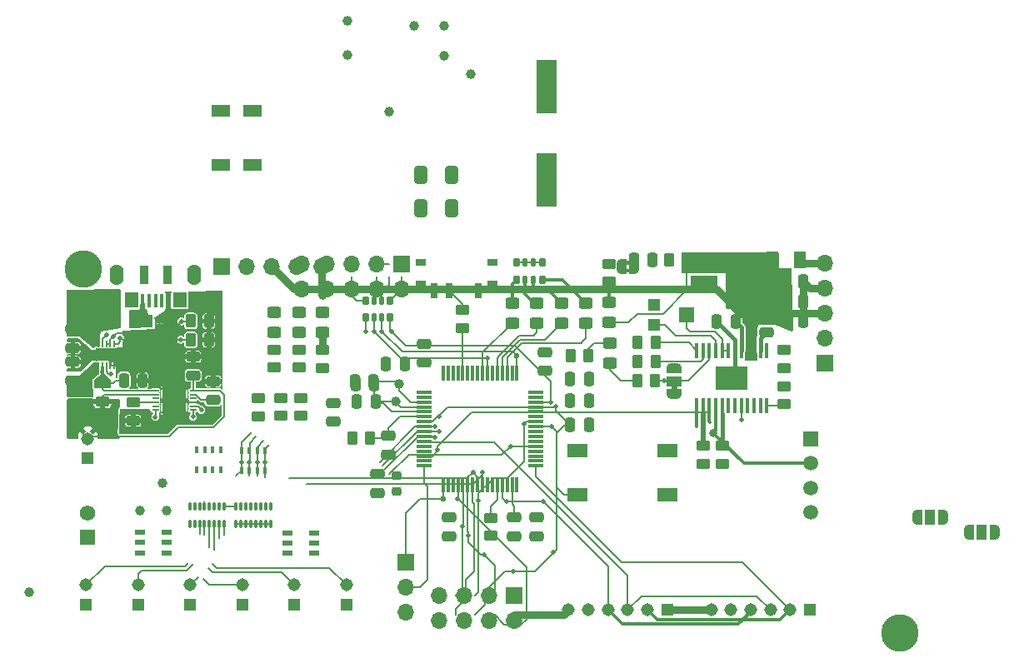
<source format=gbr>
%TF.GenerationSoftware,KiCad,Pcbnew,8.0.8*%
%TF.CreationDate,2025-03-13T15:24:21-04:00*%
%TF.ProjectId,tuner time,74756e65-7220-4746-996d-652e6b696361,rev?*%
%TF.SameCoordinates,Original*%
%TF.FileFunction,Copper,L4,Bot*%
%TF.FilePolarity,Positive*%
%FSLAX46Y46*%
G04 Gerber Fmt 4.6, Leading zero omitted, Abs format (unit mm)*
G04 Created by KiCad (PCBNEW 8.0.8) date 2025-03-13 15:24:21*
%MOMM*%
%LPD*%
G01*
G04 APERTURE LIST*
G04 Aperture macros list*
%AMRoundRect*
0 Rectangle with rounded corners*
0 $1 Rounding radius*
0 $2 $3 $4 $5 $6 $7 $8 $9 X,Y pos of 4 corners*
0 Add a 4 corners polygon primitive as box body*
4,1,4,$2,$3,$4,$5,$6,$7,$8,$9,$2,$3,0*
0 Add four circle primitives for the rounded corners*
1,1,$1+$1,$2,$3*
1,1,$1+$1,$4,$5*
1,1,$1+$1,$6,$7*
1,1,$1+$1,$8,$9*
0 Add four rect primitives between the rounded corners*
20,1,$1+$1,$2,$3,$4,$5,0*
20,1,$1+$1,$4,$5,$6,$7,0*
20,1,$1+$1,$6,$7,$8,$9,0*
20,1,$1+$1,$8,$9,$2,$3,0*%
%AMFreePoly0*
4,1,19,0.550000,-0.750000,0.000000,-0.750000,0.000000,-0.744911,-0.071157,-0.744911,-0.207708,-0.704816,-0.327430,-0.627875,-0.420627,-0.520320,-0.479746,-0.390866,-0.500000,-0.250000,-0.500000,0.250000,-0.479746,0.390866,-0.420627,0.520320,-0.327430,0.627875,-0.207708,0.704816,-0.071157,0.744911,0.000000,0.744911,0.000000,0.750000,0.550000,0.750000,0.550000,-0.750000,0.550000,-0.750000,
$1*%
%AMFreePoly1*
4,1,19,0.000000,0.744911,0.071157,0.744911,0.207708,0.704816,0.327430,0.627875,0.420627,0.520320,0.479746,0.390866,0.500000,0.250000,0.500000,-0.250000,0.479746,-0.390866,0.420627,-0.520320,0.327430,-0.627875,0.207708,-0.704816,0.071157,-0.744911,0.000000,-0.744911,0.000000,-0.750000,-0.550000,-0.750000,-0.550000,0.750000,0.000000,0.750000,0.000000,0.744911,0.000000,0.744911,
$1*%
%AMFreePoly2*
4,1,19,0.500000,-0.750000,0.000000,-0.750000,0.000000,-0.744911,-0.071157,-0.744911,-0.207708,-0.704816,-0.327430,-0.627875,-0.420627,-0.520320,-0.479746,-0.390866,-0.500000,-0.250000,-0.500000,0.250000,-0.479746,0.390866,-0.420627,0.520320,-0.327430,0.627875,-0.207708,0.704816,-0.071157,0.744911,0.000000,0.744911,0.000000,0.750000,0.500000,0.750000,0.500000,-0.750000,0.500000,-0.750000,
$1*%
%AMFreePoly3*
4,1,19,0.000000,0.744911,0.071157,0.744911,0.207708,0.704816,0.327430,0.627875,0.420627,0.520320,0.479746,0.390866,0.500000,0.250000,0.500000,-0.250000,0.479746,-0.390866,0.420627,-0.520320,0.327430,-0.627875,0.207708,-0.704816,0.071157,-0.744911,0.000000,-0.744911,0.000000,-0.750000,-0.500000,-0.750000,-0.500000,0.750000,0.000000,0.750000,0.000000,0.744911,0.000000,0.744911,
$1*%
%AMFreePoly4*
4,1,21,-0.300000,0.050000,-0.296194,0.069134,-0.285355,0.085355,-0.269134,0.096194,-0.250000,0.100000,0.250000,0.100000,0.269134,0.096194,0.285355,0.085355,0.296194,0.069134,0.300000,0.050000,0.300000,-0.050000,0.296194,-0.069134,0.285355,-0.085355,0.269134,-0.096194,0.250000,-0.100000,-0.250000,-0.100000,-0.269134,-0.096194,-0.285355,-0.085355,-0.296194,-0.069134,-0.300000,-0.050000,
-0.300000,0.050000,-0.300000,0.050000,$1*%
G04 Aperture macros list end*
%TA.AperFunction,EtchedComponent*%
%ADD10C,0.000000*%
%TD*%
%TA.AperFunction,ComponentPad*%
%ADD11R,1.308000X1.308000*%
%TD*%
%TA.AperFunction,ComponentPad*%
%ADD12C,1.308000*%
%TD*%
%TA.AperFunction,ComponentPad*%
%ADD13C,1.000000*%
%TD*%
%TA.AperFunction,ComponentPad*%
%ADD14O,1.422400X2.108200*%
%TD*%
%TA.AperFunction,ComponentPad*%
%ADD15R,1.700000X1.700000*%
%TD*%
%TA.AperFunction,ComponentPad*%
%ADD16O,1.700000X1.700000*%
%TD*%
%TA.AperFunction,HeatsinkPad*%
%ADD17C,0.500000*%
%TD*%
%TA.AperFunction,ComponentPad*%
%ADD18C,2.600000*%
%TD*%
%TA.AperFunction,ComponentPad*%
%ADD19R,1.508000X1.508000*%
%TD*%
%TA.AperFunction,ComponentPad*%
%ADD20C,1.508000*%
%TD*%
%TA.AperFunction,ComponentPad*%
%ADD21R,1.575000X1.575000*%
%TD*%
%TA.AperFunction,ComponentPad*%
%ADD22C,1.575000*%
%TD*%
%TA.AperFunction,SMDPad,CuDef*%
%ADD23R,1.900000X1.300000*%
%TD*%
%TA.AperFunction,SMDPad,CuDef*%
%ADD24FreePoly0,180.000000*%
%TD*%
%TA.AperFunction,SMDPad,CuDef*%
%ADD25R,1.000000X1.500000*%
%TD*%
%TA.AperFunction,SMDPad,CuDef*%
%ADD26FreePoly1,180.000000*%
%TD*%
%TA.AperFunction,SMDPad,CuDef*%
%ADD27RoundRect,0.250000X0.250000X0.475000X-0.250000X0.475000X-0.250000X-0.475000X0.250000X-0.475000X0*%
%TD*%
%TA.AperFunction,SMDPad,CuDef*%
%ADD28FreePoly0,0.000000*%
%TD*%
%TA.AperFunction,SMDPad,CuDef*%
%ADD29FreePoly1,0.000000*%
%TD*%
%TA.AperFunction,SMDPad,CuDef*%
%ADD30FreePoly0,90.000000*%
%TD*%
%TA.AperFunction,SMDPad,CuDef*%
%ADD31R,1.500000X1.000000*%
%TD*%
%TA.AperFunction,SMDPad,CuDef*%
%ADD32FreePoly1,90.000000*%
%TD*%
%TA.AperFunction,SMDPad,CuDef*%
%ADD33FreePoly2,180.000000*%
%TD*%
%TA.AperFunction,SMDPad,CuDef*%
%ADD34FreePoly3,180.000000*%
%TD*%
%TA.AperFunction,ViaPad*%
%ADD35C,0.500000*%
%TD*%
%TA.AperFunction,ViaPad*%
%ADD36C,0.600000*%
%TD*%
%TA.AperFunction,ViaPad*%
%ADD37C,0.800000*%
%TD*%
%TA.AperFunction,Conductor*%
%ADD38C,0.200000*%
%TD*%
%TA.AperFunction,Conductor*%
%ADD39C,0.150000*%
%TD*%
%TA.AperFunction,Conductor*%
%ADD40C,0.760000*%
%TD*%
%TA.AperFunction,Conductor*%
%ADD41C,0.300000*%
%TD*%
%TA.AperFunction,SMDPad,CuDef*%
%ADD42RoundRect,0.152500X-0.152500X0.297500X-0.152500X-0.297500X0.152500X-0.297500X0.152500X0.297500X0*%
%TD*%
%TA.AperFunction,SMDPad,CuDef*%
%ADD43RoundRect,0.132500X-0.132500X0.317500X-0.132500X-0.317500X0.132500X-0.317500X0.132500X0.317500X0*%
%TD*%
%TA.AperFunction,SMDPad,CuDef*%
%ADD44RoundRect,0.250000X0.475000X-0.250000X0.475000X0.250000X-0.475000X0.250000X-0.475000X-0.250000X0*%
%TD*%
%TA.AperFunction,SMDPad,CuDef*%
%ADD45RoundRect,0.250000X0.450000X-0.262500X0.450000X0.262500X-0.450000X0.262500X-0.450000X-0.262500X0*%
%TD*%
%TA.AperFunction,SMDPad,CuDef*%
%ADD46RoundRect,0.075000X-0.700000X-0.075000X0.700000X-0.075000X0.700000X0.075000X-0.700000X0.075000X0*%
%TD*%
%TA.AperFunction,SMDPad,CuDef*%
%ADD47RoundRect,0.075000X-0.075000X-0.700000X0.075000X-0.700000X0.075000X0.700000X-0.075000X0.700000X0*%
%TD*%
%TA.AperFunction,SMDPad,CuDef*%
%ADD48RoundRect,0.250000X-0.450000X0.325000X-0.450000X-0.325000X0.450000X-0.325000X0.450000X0.325000X0*%
%TD*%
%TA.AperFunction,SMDPad,CuDef*%
%ADD49RoundRect,0.250000X-0.450000X0.262500X-0.450000X-0.262500X0.450000X-0.262500X0.450000X0.262500X0*%
%TD*%
%TA.AperFunction,SMDPad,CuDef*%
%ADD50RoundRect,0.250000X0.262500X0.450000X-0.262500X0.450000X-0.262500X-0.450000X0.262500X-0.450000X0*%
%TD*%
%TA.AperFunction,SMDPad,CuDef*%
%ADD51RoundRect,0.250000X-0.475000X0.250000X-0.475000X-0.250000X0.475000X-0.250000X0.475000X0.250000X0*%
%TD*%
%TA.AperFunction,SMDPad,CuDef*%
%ADD52RoundRect,0.218750X-0.256250X0.218750X-0.256250X-0.218750X0.256250X-0.218750X0.256250X0.218750X0*%
%TD*%
%TA.AperFunction,SMDPad,CuDef*%
%ADD53R,1.003300X0.558800*%
%TD*%
%TA.AperFunction,SMDPad,CuDef*%
%ADD54RoundRect,0.250000X-0.250000X-0.475000X0.250000X-0.475000X0.250000X0.475000X-0.250000X0.475000X0*%
%TD*%
%TA.AperFunction,SMDPad,CuDef*%
%ADD55R,0.457200X1.371600*%
%TD*%
%TA.AperFunction,SMDPad,CuDef*%
%ADD56R,1.422400X1.549400*%
%TD*%
%TA.AperFunction,SMDPad,CuDef*%
%ADD57R,0.889000X1.905000*%
%TD*%
%TA.AperFunction,SMDPad,CuDef*%
%ADD58R,0.406400X0.635000*%
%TD*%
%TA.AperFunction,SMDPad,CuDef*%
%ADD59RoundRect,0.250000X-0.262500X-0.450000X0.262500X-0.450000X0.262500X0.450000X-0.262500X0.450000X0*%
%TD*%
%TA.AperFunction,SMDPad,CuDef*%
%ADD60R,0.300000X1.600000*%
%TD*%
%TA.AperFunction,SMDPad,CuDef*%
%ADD61R,3.280001X2.400000*%
%TD*%
%TA.AperFunction,SMDPad,CuDef*%
%ADD62R,1.000000X0.800000*%
%TD*%
%TA.AperFunction,SMDPad,CuDef*%
%ADD63R,0.700000X1.500000*%
%TD*%
%TA.AperFunction,SMDPad,CuDef*%
%ADD64RoundRect,0.250000X-0.412500X-0.650000X0.412500X-0.650000X0.412500X0.650000X-0.412500X0.650000X0*%
%TD*%
%TA.AperFunction,SMDPad,CuDef*%
%ADD65R,2.000000X5.500000*%
%TD*%
%TA.AperFunction,SMDPad,CuDef*%
%ADD66RoundRect,0.075000X0.175000X0.075000X-0.175000X0.075000X-0.175000X-0.075000X0.175000X-0.075000X0*%
%TD*%
%TA.AperFunction,SMDPad,CuDef*%
%ADD67FreePoly4,180.000000*%
%TD*%
%TA.AperFunction,SMDPad,CuDef*%
%ADD68RoundRect,0.050000X0.050000X-0.212500X0.050000X0.212500X-0.050000X0.212500X-0.050000X-0.212500X0*%
%TD*%
%TA.AperFunction,SMDPad,CuDef*%
%ADD69R,2.450000X1.950000*%
%TD*%
%TA.AperFunction,ConnectorPad*%
%ADD70C,3.800000*%
%TD*%
%TA.AperFunction,SMDPad,CuDef*%
%ADD71RoundRect,0.085000X-0.085000X0.335000X-0.085000X-0.335000X0.085000X-0.335000X0.085000X0.335000X0*%
%TD*%
%TA.AperFunction,SMDPad,CuDef*%
%ADD72R,1.270000X1.778000*%
%TD*%
%TA.AperFunction,SMDPad,CuDef*%
%ADD73R,0.901700X1.397000*%
%TD*%
%TA.AperFunction,SMDPad,CuDef*%
%ADD74RoundRect,0.250000X0.450000X-0.325000X0.450000X0.325000X-0.450000X0.325000X-0.450000X-0.325000X0*%
%TD*%
%TA.AperFunction,SMDPad,CuDef*%
%ADD75R,2.100000X1.400000*%
%TD*%
%TA.AperFunction,SMDPad,CuDef*%
%ADD76RoundRect,0.170000X0.170000X-0.295000X0.170000X0.295000X-0.170000X0.295000X-0.170000X-0.295000X0*%
%TD*%
%TA.AperFunction,SMDPad,CuDef*%
%ADD77RoundRect,0.120000X0.120000X-0.345000X0.120000X0.345000X-0.120000X0.345000X-0.120000X-0.345000X0*%
%TD*%
%TA.AperFunction,SMDPad,CuDef*%
%ADD78R,2.800000X1.600000*%
%TD*%
%TA.AperFunction,SMDPad,CuDef*%
%ADD79R,1.200000X1.200000*%
%TD*%
%TA.AperFunction,SMDPad,CuDef*%
%ADD80R,1.500000X1.600000*%
%TD*%
%TA.AperFunction,SMDPad,CuDef*%
%ADD81R,0.203200X0.660400*%
%TD*%
%TA.AperFunction,SMDPad,CuDef*%
%ADD82R,1.600200X0.990600*%
%TD*%
%TA.AperFunction,Conductor*%
%ADD83C,0.450000*%
%TD*%
%TA.AperFunction,Conductor*%
%ADD84C,0.400000*%
%TD*%
%TA.AperFunction,Conductor*%
%ADD85C,0.500000*%
%TD*%
%TA.AperFunction,Conductor*%
%ADD86C,0.350000*%
%TD*%
G04 APERTURE END LIST*
D10*
%TA.AperFunction,EtchedComponent*%
%TO.C,JP4*%
G36*
X213050000Y-115025000D02*
G01*
X212450000Y-115025000D01*
X212450000Y-114525000D01*
X213050000Y-114525000D01*
X213050000Y-115025000D01*
G37*
%TD.AperFunction*%
%TA.AperFunction,EtchedComponent*%
%TO.C,JP1*%
G36*
X208250000Y-102300000D02*
G01*
X207750000Y-102300000D01*
X207750000Y-101900000D01*
X208250000Y-101900000D01*
X208250000Y-102300000D01*
G37*
%TD.AperFunction*%
%TA.AperFunction,EtchedComponent*%
G36*
X208250000Y-103100000D02*
G01*
X207750000Y-103100000D01*
X207750000Y-102700000D01*
X208250000Y-102700000D01*
X208250000Y-103100000D01*
G37*
%TD.AperFunction*%
%TD*%
D11*
%TO.P,SW3,1,1*%
%TO.N,GND*%
X174110000Y-136850000D03*
D12*
%TO.P,SW3,2,2*%
%TO.N,/UI/B2*%
X174110000Y-134850000D03*
%TD*%
D13*
%TO.P,TP4,1,1*%
%TO.N,Net-(RN1H-R8.2)*%
X147200000Y-135550000D03*
%TD*%
D11*
%TO.P,J2,1,1*%
%TO.N,GND*%
X226500000Y-137400000D03*
D12*
%TO.P,J2,2,2*%
%TO.N,I2S_WS*%
X224500000Y-137400000D03*
%TO.P,J2,3,3*%
%TO.N,I2S_DATA*%
X222500000Y-137400000D03*
%TO.P,J2,4,4*%
%TO.N,I2S_BCLK*%
X220500000Y-137400000D03*
%TO.P,J2,5,5*%
%TO.N,GND*%
X218500000Y-137400000D03*
%TO.P,J2,6,6*%
%TO.N,3V3*%
X216500000Y-137400000D03*
%TD*%
D13*
%TO.P,TP5,1,1*%
%TO.N,/UI/B7*%
X161125000Y-127250000D03*
%TD*%
%TO.P,TP1,1,1*%
%TO.N,/Motor/VREF*%
X179500000Y-77500000D03*
%TD*%
D14*
%TO.P,J10,10*%
%TO.N,N/C*%
X163987501Y-103304299D03*
%TO.P,J10,11*%
X156087501Y-103304299D03*
%TD*%
D13*
%TO.P,TP12,1,1*%
%TO.N,Net-(U6-PB8)*%
X189390000Y-81070000D03*
%TD*%
D15*
%TO.P,J5,1,Pin_1*%
%TO.N,unconnected-(J5-Pin_1-Pad1)*%
X228000000Y-112290000D03*
D16*
%TO.P,J5,2,Pin_2*%
%TO.N,unconnected-(J5-Pin_2-Pad2)*%
X228000000Y-109750000D03*
%TO.P,J5,3,Pin_3*%
%TO.N,VSYS*%
X228000000Y-107210000D03*
%TO.P,J5,4,Pin_4*%
%TO.N,AGND*%
X228000000Y-104670000D03*
%TO.P,J5,5,Pin_5*%
%TO.N,5V*%
X228000000Y-102130000D03*
%TD*%
D13*
%TO.P,TP2,1,1*%
%TO.N,/Motor/EN*%
X179500000Y-81000000D03*
%TD*%
D11*
%TO.P,SW6,1,1*%
%TO.N,GND*%
X158240000Y-136850000D03*
D12*
%TO.P,SW6,2,2*%
%TO.N,/UI/B5*%
X158240000Y-134850000D03*
%TD*%
D17*
%TO.P,U2,13,PAD*%
%TO.N,GND*%
X162900000Y-116087500D03*
X161925000Y-116812500D03*
X161925000Y-116087500D03*
X161925000Y-115362500D03*
X160950000Y-116087500D03*
%TD*%
D18*
%TO.P,H2,1*%
%TO.N,N/C*%
X235700000Y-139775000D03*
%TD*%
D13*
%TO.P,TP3,1,1*%
%TO.N,Net-(RN1G-R7.2)*%
X160700000Y-124525000D03*
%TD*%
%TO.P,TP7,1,1*%
%TO.N,PC14-OSC32IN*%
X184800000Y-114400000D03*
%TD*%
%TO.P,TP8,1,1*%
%TO.N,PC15-OSC32OUT*%
X184400000Y-116200000D03*
%TD*%
D15*
%TO.P,J8,1,VTref*%
%TO.N,3V3*%
X185040000Y-102230000D03*
D16*
%TO.P,J8,2,SWDIO/TMS*%
%TO.N,Net-(J8-SWDIO{slash}TMS)*%
X185040000Y-104770000D03*
%TO.P,J8,3,GND*%
%TO.N,GND*%
X182500000Y-102230000D03*
%TO.P,J8,4,SWCLK/TCK*%
%TO.N,Net-(J8-SWCLK{slash}TCK)*%
X182500000Y-104770000D03*
%TO.P,J8,5,GND*%
%TO.N,GND*%
X179960000Y-102230000D03*
%TO.P,J8,6,SWO/TDO*%
%TO.N,Net-(J8-SWO{slash}TDO)*%
X179960000Y-104770000D03*
%TO.P,J8,7,KEY*%
%TO.N,unconnected-(J8-KEY-Pad7)*%
X177420000Y-102230000D03*
%TO.P,J8,8,NC/TDI*%
%TO.N,unconnected-(J8-NC{slash}TDI-Pad8)*%
X177420000Y-104770000D03*
%TO.P,J8,9,GNDDetect*%
%TO.N,GND*%
X174880000Y-102230000D03*
%TO.P,J8,10,~{RESET}*%
%TO.N,Net-(J8-~{RESET})*%
X174880000Y-104770000D03*
%TD*%
D18*
%TO.P,H1,1*%
%TO.N,N/C*%
X152725000Y-102700000D03*
%TD*%
D13*
%TO.P,TP13,1,1*%
%TO.N,Net-(U6-PB9)*%
X183750000Y-86750000D03*
%TD*%
D19*
%TO.P,J7,1,1*%
%TO.N,/Motor/B1*%
X226600000Y-120000000D03*
D20*
%TO.P,J7,2,2*%
%TO.N,/Motor/B2*%
X226600000Y-122500000D03*
%TO.P,J7,3,3*%
%TO.N,/Motor/A2*%
X226600000Y-125000000D03*
%TO.P,J7,4,4*%
%TO.N,/Motor/A1*%
X226600000Y-127500000D03*
%TD*%
D11*
%TO.P,J1,1,1*%
%TO.N,3V3*%
X212000000Y-137400000D03*
D12*
%TO.P,J1,2,2*%
%TO.N,I2S_WS*%
X210000000Y-137400000D03*
%TO.P,J1,3,3*%
%TO.N,I2S_DATA*%
X208000000Y-137400000D03*
%TO.P,J1,4,4*%
%TO.N,I2S_BCLK*%
X206000000Y-137400000D03*
%TO.P,J1,5,5*%
%TO.N,GND*%
X204000000Y-137400000D03*
%TO.P,J1,6,6*%
%TO.N,3V3*%
X202000000Y-137400000D03*
%TD*%
D13*
%TO.P,TP10,1,1*%
%TO.N,Net-(U6-PC8)*%
X192050000Y-82950000D03*
%TD*%
%TO.P,TP6,1,1*%
%TO.N,/UI/B8*%
X158425000Y-127250000D03*
%TD*%
D15*
%TO.P,J6,1,Pin_1*%
%TO.N,GND*%
X196500000Y-135900000D03*
D16*
%TO.P,J6,2,Pin_2*%
%TO.N,3V3*%
X196500000Y-138440000D03*
%TO.P,J6,3,Pin_3*%
%TO.N,MISO*%
X193960000Y-135900000D03*
%TO.P,J6,4,Pin_4*%
%TO.N,CS*%
X193960000Y-138440000D03*
%TO.P,J6,5,Pin_5*%
%TO.N,RST*%
X191420000Y-135900000D03*
%TO.P,J6,6,Pin_6*%
%TO.N,DC*%
X191420000Y-138440000D03*
%TO.P,J6,7,Pin_7*%
%TO.N,SCK*%
X188880000Y-135900000D03*
%TO.P,J6,8,Pin_8*%
%TO.N,MOSI*%
X188880000Y-138440000D03*
%TD*%
D15*
%TO.P,J4,1,Pin_1*%
%TO.N,unconnected-(J4-Pin_1-Pad1)*%
X166750000Y-102500000D03*
D16*
%TO.P,J4,2,Pin_2*%
%TO.N,unconnected-(J4-Pin_2-Pad2)*%
X169290000Y-102500000D03*
%TO.P,J4,3,Pin_3*%
%TO.N,VSYS*%
X171830000Y-102500000D03*
%TO.P,J4,4,Pin_4*%
%TO.N,GND*%
X174370000Y-102500000D03*
%TO.P,J4,5,Pin_5*%
%TO.N,3V3*%
X176910000Y-102500000D03*
%TD*%
D13*
%TO.P,TP11,1,1*%
%TO.N,Net-(U6-PC7)*%
X189390000Y-78020000D03*
%TD*%
D11*
%TO.P,SW4,1,1*%
%TO.N,GND*%
X168820000Y-136850000D03*
D12*
%TO.P,SW4,2,2*%
%TO.N,/UI/B3*%
X168820000Y-134850000D03*
%TD*%
D15*
%TO.P,J9,1,Pin_1*%
%TO.N,MCU_RX*%
X185450000Y-132570000D03*
D16*
%TO.P,J9,2,Pin_2*%
%TO.N,MCU_TX*%
X185450000Y-135110000D03*
%TO.P,J9,3,Pin_3*%
%TO.N,GND*%
X185450000Y-137650000D03*
%TD*%
D13*
%TO.P,TP9,1,1*%
%TO.N,Net-(U6-PC9)*%
X186340000Y-78020000D03*
%TD*%
D11*
%TO.P,SW1,1,A*%
%TO.N,Net-(SW1-A)*%
X153125000Y-121975000D03*
D12*
%TO.P,SW1,2,B*%
%TO.N,BATT_POS*%
X153125000Y-119975000D03*
%TD*%
D11*
%TO.P,SW2,1,1*%
%TO.N,GND*%
X179400000Y-136850000D03*
D12*
%TO.P,SW2,2,2*%
%TO.N,/UI/B1*%
X179400000Y-134850000D03*
%TD*%
D11*
%TO.P,SW7,1,1*%
%TO.N,GND*%
X152950000Y-136850000D03*
D12*
%TO.P,SW7,2,2*%
%TO.N,/UI/B6*%
X152950000Y-134850000D03*
%TD*%
D21*
%TO.P,J3,1,1*%
%TO.N,GND*%
X153150000Y-130025000D03*
D22*
%TO.P,J3,2,2*%
%TO.N,Net-(SW1-A)*%
X153150000Y-127525000D03*
%TD*%
D11*
%TO.P,SW5,1,1*%
%TO.N,GND*%
X163530000Y-136850000D03*
D12*
%TO.P,SW5,2,2*%
%TO.N,/UI/B4*%
X163530000Y-134850000D03*
%TD*%
D23*
%TO.P,XTAL1,1,1*%
%TO.N,PC15-OSC32OUT*%
X169850000Y-86613200D03*
%TO.P,XTAL1,2,2*%
%TO.N,unconnected-(XTAL1-Pad2)*%
X169850000Y-92125000D03*
%TO.P,XTAL1,3,3*%
%TO.N,unconnected-(XTAL1-Pad3)*%
X166650002Y-92125000D03*
%TO.P,XTAL1,4,4*%
%TO.N,PC14-OSC32IN*%
X166650002Y-86613200D03*
%TD*%
D24*
%TO.P,JP3,1,A*%
%TO.N,3V3*%
X245300000Y-129457500D03*
D25*
%TO.P,JP3,2,C*%
%TO.N,/Motor/M0*%
X244000000Y-129457500D03*
D26*
%TO.P,JP3,3,B*%
%TO.N,GND*%
X242700000Y-129457500D03*
%TD*%
D27*
%TO.P,C20,1*%
%TO.N,PC15-OSC32OUT*%
X182400000Y-116200000D03*
%TO.P,C20,2*%
%TO.N,GND*%
X180500000Y-116200000D03*
%TD*%
%TO.P,C19,1*%
%TO.N,PC14-OSC32IN*%
X182150000Y-114200000D03*
%TO.P,C19,2*%
%TO.N,GND*%
X180250000Y-114200000D03*
%TD*%
D28*
%TO.P,JP2,1,A*%
%TO.N,3V3*%
X237450000Y-128000000D03*
D25*
%TO.P,JP2,2,C*%
%TO.N,/Motor/M1*%
X238750000Y-128000000D03*
D29*
%TO.P,JP2,3,B*%
%TO.N,GND*%
X240050000Y-128000000D03*
%TD*%
D30*
%TO.P,JP4,1,A*%
%TO.N,3V3*%
X212750000Y-115425000D03*
D31*
%TO.P,JP4,2,C*%
%TO.N,/Motor/SLP*%
X212750000Y-114125000D03*
D32*
%TO.P,JP4,3,B*%
%TO.N,GND*%
X212750000Y-112825000D03*
%TD*%
D33*
%TO.P,JP1,1,A*%
%TO.N,AGND*%
X208650000Y-102500000D03*
D34*
%TO.P,JP1,2,B*%
%TO.N,GND*%
X207350000Y-102500000D03*
%TD*%
D35*
%TO.N,Button1*%
X188450000Y-118700000D03*
X168750000Y-122416598D03*
%TO.N,Button2*%
X169550001Y-122416599D03*
X188856847Y-119269629D03*
%TO.N,Button3*%
X170350000Y-122416598D03*
X188400000Y-119800000D03*
%TO.N,Button4*%
X196100000Y-120750000D03*
X171150000Y-122416598D03*
%TO.N,Button5*%
X192275000Y-123400000D03*
%TO.N,Button6*%
X193250000Y-123375000D03*
%TO.N,NRST*%
X181375000Y-109050000D03*
X188825000Y-117700000D03*
X200721671Y-116716758D03*
%TO.N,DC*%
X200450000Y-131550000D03*
X196350000Y-133500000D03*
X200239337Y-118745735D03*
%TO.N,SCK*%
X191225000Y-128900000D03*
%TO.N,CS*%
X190724607Y-126079189D03*
%TO.N,MISO*%
X191800000Y-129800000D03*
X193375000Y-131750000D03*
%TO.N,RST*%
X192850000Y-126300000D03*
X197475000Y-118500000D03*
%TO.N,SDA*%
X163825000Y-117750000D03*
%TO.N,SCL*%
X164675000Y-117050000D03*
%TO.N,/Motor/SLP*%
X211675000Y-114100000D03*
D36*
%TO.N,MCU_RX*%
X189250000Y-126100000D03*
D35*
%TO.N,I2S_BCLK*%
X199450000Y-126375000D03*
X195700000Y-126400000D03*
D36*
%TO.N,SWCLK*%
X196750000Y-111550000D03*
D35*
X183000000Y-109050000D03*
%TO.N,SWDIO*%
X200200000Y-116250000D03*
X184000000Y-109050000D03*
%TO.N,SWO*%
X193725000Y-111800000D03*
X182200000Y-109050000D03*
%TO.N,Net-(U1-TS{slash}MR)*%
X162600000Y-109925000D03*
X156450000Y-109750000D03*
%TO.N,Net-(U1-ILIM{slash}VSET)*%
X162675000Y-108050000D03*
X155775000Y-109589498D03*
%TO.N,STEP*%
X219550000Y-118050000D03*
X188650000Y-121100000D03*
D37*
%TO.N,/Motor/B2*%
X216700000Y-119375000D03*
D35*
%TO.N,BAT_EMPTY*%
X160000000Y-117775000D03*
%TO.N,STATS2*%
X155500000Y-113400000D03*
%TO.N,STATS1*%
X155100000Y-109400000D03*
%TD*%
D38*
%TO.N,Button1*%
X168750000Y-120366598D02*
X168750000Y-122416598D01*
X186400000Y-118750000D02*
X182800000Y-122350000D01*
X188400000Y-118750000D02*
X186400000Y-118750000D01*
X188450000Y-118700000D02*
X188400000Y-118750000D01*
X169750000Y-119366598D02*
X168750000Y-120366598D01*
%TO.N,Button2*%
X186600000Y-119250000D02*
X183100000Y-122750000D01*
X188837218Y-119250000D02*
X186600000Y-119250000D01*
X170250000Y-119766598D02*
X169600000Y-120416598D01*
X169600000Y-120416598D02*
X169600000Y-122366600D01*
X188856847Y-119269629D02*
X188837218Y-119250000D01*
X169600000Y-122366600D02*
X169550001Y-122416599D01*
%TO.N,Button3*%
X170350000Y-120816598D02*
X170350000Y-122416598D01*
X188400000Y-119800000D02*
X186615686Y-119800000D01*
X186615686Y-119800000D02*
X183265686Y-123150000D01*
X171000000Y-120166598D02*
X170350000Y-120816598D01*
%TO.N,Button4*%
X185750000Y-121650000D02*
X183800000Y-123600000D01*
X195200000Y-121650000D02*
X185750000Y-121650000D01*
X196100000Y-120750000D02*
X195200000Y-121650000D01*
X171150000Y-121016598D02*
X171150000Y-122416598D01*
X171550000Y-120616598D02*
X171150000Y-121016598D01*
%TO.N,Button5*%
X191675000Y-124000000D02*
X173627818Y-124000000D01*
X192275000Y-123400000D02*
X191675000Y-124000000D01*
%TO.N,Button6*%
X193250000Y-123375000D02*
X193250000Y-123675000D01*
X193250000Y-123675000D02*
X192325000Y-124600000D01*
X192325000Y-124600000D02*
X175400000Y-124600000D01*
%TO.N,NRST*%
X189675000Y-116800000D02*
X188900000Y-117575000D01*
X200721671Y-116716758D02*
X200638429Y-116800000D01*
X188900000Y-117625000D02*
X188825000Y-117700000D01*
X188900000Y-117575000D02*
X188900000Y-117625000D01*
X200638429Y-116800000D02*
X189675000Y-116800000D01*
%TO.N,DC*%
X193525000Y-136875000D02*
X192500000Y-137900000D01*
X193525000Y-135496141D02*
X193525000Y-136875000D01*
X196350000Y-133500000D02*
X195521141Y-133500000D01*
X200750000Y-119250000D02*
X200750000Y-131250000D01*
X195521141Y-133500000D02*
X193525000Y-135496141D01*
X200239337Y-118745735D02*
X200245735Y-118745735D01*
X200245735Y-118745735D02*
X200750000Y-119250000D01*
X200750000Y-131250000D02*
X200450000Y-131550000D01*
%TO.N,SCK*%
X191225000Y-135175000D02*
X190500000Y-135900000D01*
X191225000Y-128900000D02*
X191225000Y-135175000D01*
%TO.N,CS*%
X197700000Y-138350000D02*
X197700000Y-133050000D01*
X197700000Y-133050000D02*
X190750000Y-126100000D01*
X194500000Y-137900000D02*
X195475000Y-138875000D01*
X195475000Y-138875000D02*
X197175000Y-138875000D01*
X197175000Y-138875000D02*
X197700000Y-138350000D01*
D39*
%TO.N,MISO*%
X193050000Y-131750000D02*
X191800000Y-130500000D01*
X191800000Y-129875000D02*
X191800000Y-129950000D01*
X191800000Y-130500000D02*
X191800000Y-129875000D01*
X193375000Y-131750000D02*
X193050000Y-131750000D01*
%TO.N,RST*%
X197475000Y-118500000D02*
X197475000Y-122269976D01*
X194425000Y-123950000D02*
X195794975Y-123950000D01*
X197475000Y-122269976D02*
X197384988Y-122359988D01*
X192850000Y-125525000D02*
X194425000Y-123950000D01*
X192850000Y-126300000D02*
X192850000Y-125525000D01*
X195794975Y-123950000D02*
X197384988Y-122359988D01*
X197384988Y-122359988D02*
X197450000Y-122294975D01*
D38*
%TO.N,PC14-OSC32IN*%
X182150000Y-114200000D02*
X184600000Y-114200000D01*
X184600000Y-114200000D02*
X184800000Y-114400000D01*
%TO.N,PC15-OSC32OUT*%
X182400000Y-116200000D02*
X184400000Y-116200000D01*
D40*
%TO.N,VSYS*%
X219520000Y-107280000D02*
X219590000Y-107210000D01*
X219590000Y-107210000D02*
X228000000Y-107210000D01*
X217020000Y-104780000D02*
X219520000Y-107280000D01*
X171830000Y-102500000D02*
X174110000Y-104780000D01*
X174110000Y-104780000D02*
X217020000Y-104780000D01*
D39*
%TO.N,/Motor/SLP*%
X212750000Y-114125000D02*
X211700000Y-114125000D01*
X211700000Y-114125000D02*
X211675000Y-114100000D01*
D38*
%TO.N,MCU_RX*%
X185450000Y-127550000D02*
X185450000Y-132570000D01*
X189250000Y-126100000D02*
X186900000Y-126100000D01*
X186900000Y-126100000D02*
X185450000Y-127550000D01*
D41*
%TO.N,I2S_BCLK*%
X220500000Y-137400000D02*
X220500000Y-137600000D01*
D39*
X195700000Y-126400000D02*
X199425000Y-126400000D01*
D41*
X220500000Y-137600000D02*
X219275000Y-138825000D01*
X219275000Y-138825000D02*
X207425000Y-138825000D01*
X207425000Y-138825000D02*
X206000000Y-137400000D01*
D39*
X199425000Y-126400000D02*
X199450000Y-126375000D01*
D38*
%TO.N,SWCLK*%
X196750000Y-111550000D02*
X196350000Y-111150000D01*
X185100000Y-111150000D02*
X183000000Y-109050000D01*
X196350000Y-111150000D02*
X185100000Y-111150000D01*
%TO.N,SWDIO*%
X185450000Y-110500000D02*
X196548529Y-110500000D01*
X200200000Y-114151471D02*
X200200000Y-116250000D01*
X196548529Y-110500000D02*
X200200000Y-114151471D01*
X184000000Y-109050000D02*
X185450000Y-110500000D01*
D39*
%TO.N,SWO*%
X193725000Y-111800000D02*
X193700000Y-111775000D01*
X193700000Y-111775000D02*
X184925000Y-111775000D01*
X184925000Y-111775000D02*
X182200000Y-109050000D01*
%TO.N,Net-(U1-TS{slash}MR)*%
X156625000Y-109925000D02*
X156450000Y-109750000D01*
X162600000Y-109925000D02*
X156625000Y-109925000D01*
%TO.N,Net-(U1-ILIM{slash}VSET)*%
X161450000Y-109275000D02*
X162675000Y-108050000D01*
X156089498Y-109275000D02*
X161450000Y-109275000D01*
X155775000Y-109589498D02*
X156089498Y-109275000D01*
%TO.N,STEP*%
X192175000Y-117275000D02*
X216300000Y-117275000D01*
X188650000Y-120800000D02*
X192175000Y-117275000D01*
X188650000Y-121100000D02*
X188650000Y-120800000D01*
D41*
%TO.N,/Motor/B2*%
X219825000Y-122500000D02*
X226600000Y-122500000D01*
X216700000Y-119375000D02*
X219825000Y-122500000D01*
%TD*%
D11*
%TO.N,GND*%
%TO.C,SW3*%
X174110000Y-136850000D03*
D12*
%TO.N,/UI/B2*%
X174110000Y-134850000D03*
%TD*%
D13*
%TO.N,Net-(RN1H-R8.2)*%
%TO.C,TP4*%
X147200000Y-135550000D03*
%TD*%
D11*
%TO.N,GND*%
%TO.C,J2*%
X226500000Y-137400000D03*
D12*
%TO.N,I2S_WS*%
X224500000Y-137400000D03*
%TO.N,I2S_DATA*%
X222500000Y-137400000D03*
%TO.N,I2S_BCLK*%
X220500000Y-137400000D03*
%TO.N,GND*%
X218500000Y-137400000D03*
%TO.N,3V3*%
X216500000Y-137400000D03*
%TD*%
D13*
%TO.N,/UI/B7*%
%TO.C,TP5*%
X161125000Y-127250000D03*
%TD*%
%TO.N,/Motor/VREF*%
%TO.C,TP1*%
X179500000Y-77500000D03*
%TD*%
D14*
%TO.N,N/C*%
%TO.C,J10*%
X163987501Y-103304299D03*
X156087501Y-103304299D03*
%TD*%
D13*
%TO.N,Net-(U6-PB8)*%
%TO.C,TP12*%
X189390000Y-81070000D03*
%TD*%
D15*
%TO.N,unconnected-(J5-Pin_1-Pad1)*%
%TO.C,J5*%
X228000000Y-112290000D03*
D16*
%TO.N,unconnected-(J5-Pin_2-Pad2)*%
X228000000Y-109750000D03*
%TO.N,VSYS*%
X228000000Y-107210000D03*
%TO.N,AGND*%
X228000000Y-104670000D03*
%TO.N,5V*%
X228000000Y-102130000D03*
%TD*%
D13*
%TO.N,/Motor/EN*%
%TO.C,TP2*%
X179500000Y-81000000D03*
%TD*%
D11*
%TO.N,GND*%
%TO.C,SW6*%
X158240000Y-136850000D03*
D12*
%TO.N,/UI/B5*%
X158240000Y-134850000D03*
%TD*%
D17*
%TO.N,GND*%
%TO.C,U2*%
X162900000Y-116087500D03*
X161925000Y-116812500D03*
X161925000Y-116087500D03*
X161925000Y-115362500D03*
X160950000Y-116087500D03*
%TD*%
D18*
%TO.N,N/C*%
%TO.C,H2*%
X235700000Y-139775000D03*
%TD*%
D13*
%TO.N,Net-(RN1G-R7.2)*%
%TO.C,TP3*%
X160700000Y-124525000D03*
%TD*%
%TO.N,PC14-OSC32IN*%
%TO.C,TP7*%
X184800000Y-114400000D03*
%TD*%
%TO.N,PC15-OSC32OUT*%
%TO.C,TP8*%
X184400000Y-116200000D03*
%TD*%
D15*
%TO.N,3V3*%
%TO.C,J8*%
X185040000Y-102230000D03*
D16*
%TO.N,Net-(J8-SWDIO{slash}TMS)*%
X185040000Y-104770000D03*
%TO.N,GND*%
X182500000Y-102230000D03*
%TO.N,Net-(J8-SWCLK{slash}TCK)*%
X182500000Y-104770000D03*
%TO.N,GND*%
X179960000Y-102230000D03*
%TO.N,Net-(J8-SWO{slash}TDO)*%
X179960000Y-104770000D03*
%TO.N,unconnected-(J8-KEY-Pad7)*%
X177420000Y-102230000D03*
%TO.N,unconnected-(J8-NC{slash}TDI-Pad8)*%
X177420000Y-104770000D03*
%TO.N,GND*%
X174880000Y-102230000D03*
%TO.N,Net-(J8-~{RESET})*%
X174880000Y-104770000D03*
%TD*%
D18*
%TO.N,N/C*%
%TO.C,H1*%
X152725000Y-102700000D03*
%TD*%
D13*
%TO.N,Net-(U6-PB9)*%
%TO.C,TP13*%
X183750000Y-86750000D03*
%TD*%
D19*
%TO.N,/Motor/B1*%
%TO.C,J7*%
X226600000Y-120000000D03*
D20*
%TO.N,/Motor/B2*%
X226600000Y-122500000D03*
%TO.N,/Motor/A2*%
X226600000Y-125000000D03*
%TO.N,/Motor/A1*%
X226600000Y-127500000D03*
%TD*%
D11*
%TO.N,3V3*%
%TO.C,J1*%
X212000000Y-137400000D03*
D12*
%TO.N,I2S_WS*%
X210000000Y-137400000D03*
%TO.N,I2S_DATA*%
X208000000Y-137400000D03*
%TO.N,I2S_BCLK*%
X206000000Y-137400000D03*
%TO.N,GND*%
X204000000Y-137400000D03*
%TO.N,3V3*%
X202000000Y-137400000D03*
%TD*%
D13*
%TO.N,Net-(U6-PC8)*%
%TO.C,TP10*%
X192050000Y-82950000D03*
%TD*%
%TO.N,/UI/B8*%
%TO.C,TP6*%
X158425000Y-127250000D03*
%TD*%
D15*
%TO.N,GND*%
%TO.C,J6*%
X196500000Y-135900000D03*
D16*
%TO.N,3V3*%
X196500000Y-138440000D03*
%TO.N,MISO*%
X193960000Y-135900000D03*
%TO.N,CS*%
X193960000Y-138440000D03*
%TO.N,RST*%
X191420000Y-135900000D03*
%TO.N,DC*%
X191420000Y-138440000D03*
%TO.N,SCK*%
X188880000Y-135900000D03*
%TO.N,MOSI*%
X188880000Y-138440000D03*
%TD*%
D15*
%TO.N,unconnected-(J4-Pin_1-Pad1)*%
%TO.C,J4*%
X166750000Y-102500000D03*
D16*
%TO.N,unconnected-(J4-Pin_2-Pad2)*%
X169290000Y-102500000D03*
%TO.N,VSYS*%
X171830000Y-102500000D03*
%TO.N,GND*%
X174370000Y-102500000D03*
%TO.N,3V3*%
X176910000Y-102500000D03*
%TD*%
D13*
%TO.N,Net-(U6-PC7)*%
%TO.C,TP11*%
X189390000Y-78020000D03*
%TD*%
D11*
%TO.N,GND*%
%TO.C,SW4*%
X168820000Y-136850000D03*
D12*
%TO.N,/UI/B3*%
X168820000Y-134850000D03*
%TD*%
D15*
%TO.N,MCU_RX*%
%TO.C,J9*%
X185450000Y-132570000D03*
D16*
%TO.N,MCU_TX*%
X185450000Y-135110000D03*
%TO.N,GND*%
X185450000Y-137650000D03*
%TD*%
D13*
%TO.N,Net-(U6-PC9)*%
%TO.C,TP9*%
X186340000Y-78020000D03*
%TD*%
D11*
%TO.N,Net-(SW1-A)*%
%TO.C,SW1*%
X153125000Y-121975000D03*
D12*
%TO.N,BATT_POS*%
X153125000Y-119975000D03*
%TD*%
D11*
%TO.N,GND*%
%TO.C,SW2*%
X179400000Y-136850000D03*
D12*
%TO.N,/UI/B1*%
X179400000Y-134850000D03*
%TD*%
D11*
%TO.N,GND*%
%TO.C,SW7*%
X152950000Y-136850000D03*
D12*
%TO.N,/UI/B6*%
X152950000Y-134850000D03*
%TD*%
D21*
%TO.N,GND*%
%TO.C,J3*%
X153150000Y-130025000D03*
D22*
%TO.N,Net-(SW1-A)*%
X153150000Y-127525000D03*
%TD*%
D11*
%TO.N,GND*%
%TO.C,SW5*%
X163530000Y-136850000D03*
D12*
%TO.N,/UI/B4*%
X163530000Y-134850000D03*
%TD*%
D35*
%TO.N,Button1*%
X188450000Y-118700000D03*
X168750000Y-122416598D03*
%TO.N,Button2*%
X169550001Y-122416599D03*
X188856847Y-119269629D03*
%TO.N,Button3*%
X170350000Y-122416598D03*
X188400000Y-119800000D03*
%TO.N,Button4*%
X196100000Y-120750000D03*
X171150000Y-122416598D03*
%TO.N,Button5*%
X192275000Y-123400000D03*
%TO.N,Button6*%
X193250000Y-123375000D03*
%TO.N,NRST*%
X181375000Y-109050000D03*
X188825000Y-117700000D03*
X200721671Y-116716758D03*
%TO.N,DC*%
X200450000Y-131550000D03*
X196350000Y-133500000D03*
X200239337Y-118745735D03*
%TO.N,SCK*%
X191225000Y-128900000D03*
%TO.N,CS*%
X190724607Y-126079189D03*
%TO.N,MISO*%
X191800000Y-129800000D03*
X193375000Y-131750000D03*
%TO.N,RST*%
X192850000Y-126300000D03*
X197475000Y-118500000D03*
%TO.N,SDA*%
X163825000Y-117750000D03*
%TO.N,SCL*%
X164675000Y-117050000D03*
%TO.N,/Motor/SLP*%
X211675000Y-114100000D03*
D36*
%TO.N,MCU_RX*%
X189250000Y-126100000D03*
D35*
%TO.N,I2S_BCLK*%
X199450000Y-126375000D03*
X195700000Y-126400000D03*
D36*
%TO.N,SWCLK*%
X196750000Y-111550000D03*
D35*
X183000000Y-109050000D03*
%TO.N,SWDIO*%
X200200000Y-116250000D03*
X184000000Y-109050000D03*
%TO.N,SWO*%
X193725000Y-111800000D03*
X182200000Y-109050000D03*
%TO.N,Net-(U1-TS{slash}MR)*%
X162600000Y-109925000D03*
X156450000Y-109750000D03*
%TO.N,Net-(U1-ILIM{slash}VSET)*%
X162675000Y-108050000D03*
X155775000Y-109589498D03*
%TO.N,STEP*%
X219550000Y-118050000D03*
X188650000Y-121100000D03*
D37*
%TO.N,/Motor/B2*%
X216700000Y-119375000D03*
D35*
%TO.N,BAT_EMPTY*%
X160000000Y-117775000D03*
%TO.N,STATS2*%
X155500000Y-113400000D03*
%TO.N,STATS1*%
X155100000Y-109400000D03*
%TD*%
D11*
%TO.N,GND*%
%TO.C,SW3*%
X174110000Y-136850000D03*
D12*
%TO.N,/UI/B2*%
X174110000Y-134850000D03*
%TD*%
D13*
%TO.N,Net-(RN1H-R8.2)*%
%TO.C,TP4*%
X147200000Y-135550000D03*
%TD*%
D11*
%TO.N,GND*%
%TO.C,J2*%
X226500000Y-137400000D03*
D12*
%TO.N,I2S_WS*%
X224500000Y-137400000D03*
%TO.N,I2S_DATA*%
X222500000Y-137400000D03*
%TO.N,I2S_BCLK*%
X220500000Y-137400000D03*
%TO.N,GND*%
X218500000Y-137400000D03*
%TO.N,3V3*%
X216500000Y-137400000D03*
%TD*%
D13*
%TO.N,/UI/B7*%
%TO.C,TP5*%
X161125000Y-127250000D03*
%TD*%
%TO.N,/Motor/VREF*%
%TO.C,TP1*%
X179500000Y-77500000D03*
%TD*%
D14*
%TO.N,N/C*%
%TO.C,J10*%
X163987501Y-103304299D03*
X156087501Y-103304299D03*
%TD*%
D13*
%TO.N,Net-(U6-PB8)*%
%TO.C,TP12*%
X189390000Y-81070000D03*
%TD*%
D15*
%TO.N,unconnected-(J5-Pin_1-Pad1)*%
%TO.C,J5*%
X228000000Y-112290000D03*
D16*
%TO.N,unconnected-(J5-Pin_2-Pad2)*%
X228000000Y-109750000D03*
%TO.N,VSYS*%
X228000000Y-107210000D03*
%TO.N,AGND*%
X228000000Y-104670000D03*
%TO.N,5V*%
X228000000Y-102130000D03*
%TD*%
D13*
%TO.N,/Motor/EN*%
%TO.C,TP2*%
X179500000Y-81000000D03*
%TD*%
D11*
%TO.N,GND*%
%TO.C,SW6*%
X158240000Y-136850000D03*
D12*
%TO.N,/UI/B5*%
X158240000Y-134850000D03*
%TD*%
D17*
%TO.N,GND*%
%TO.C,U2*%
X162900000Y-116087500D03*
X161925000Y-116812500D03*
X161925000Y-116087500D03*
X161925000Y-115362500D03*
X160950000Y-116087500D03*
%TD*%
D18*
%TO.N,N/C*%
%TO.C,H2*%
X235700000Y-139775000D03*
%TD*%
D13*
%TO.N,Net-(RN1G-R7.2)*%
%TO.C,TP3*%
X160700000Y-124525000D03*
%TD*%
%TO.N,PC14-OSC32IN*%
%TO.C,TP7*%
X184800000Y-114400000D03*
%TD*%
%TO.N,PC15-OSC32OUT*%
%TO.C,TP8*%
X184400000Y-116200000D03*
%TD*%
D15*
%TO.N,3V3*%
%TO.C,J8*%
X185040000Y-102230000D03*
D16*
%TO.N,Net-(J8-SWDIO{slash}TMS)*%
X185040000Y-104770000D03*
%TO.N,GND*%
X182500000Y-102230000D03*
%TO.N,Net-(J8-SWCLK{slash}TCK)*%
X182500000Y-104770000D03*
%TO.N,GND*%
X179960000Y-102230000D03*
%TO.N,Net-(J8-SWO{slash}TDO)*%
X179960000Y-104770000D03*
%TO.N,unconnected-(J8-KEY-Pad7)*%
X177420000Y-102230000D03*
%TO.N,unconnected-(J8-NC{slash}TDI-Pad8)*%
X177420000Y-104770000D03*
%TO.N,GND*%
X174880000Y-102230000D03*
%TO.N,Net-(J8-~{RESET})*%
X174880000Y-104770000D03*
%TD*%
D18*
%TO.N,N/C*%
%TO.C,H1*%
X152725000Y-102700000D03*
%TD*%
D13*
%TO.N,Net-(U6-PB9)*%
%TO.C,TP13*%
X183750000Y-86750000D03*
%TD*%
D19*
%TO.N,/Motor/B1*%
%TO.C,J7*%
X226600000Y-120000000D03*
D20*
%TO.N,/Motor/B2*%
X226600000Y-122500000D03*
%TO.N,/Motor/A2*%
X226600000Y-125000000D03*
%TO.N,/Motor/A1*%
X226600000Y-127500000D03*
%TD*%
D11*
%TO.N,3V3*%
%TO.C,J1*%
X212000000Y-137400000D03*
D12*
%TO.N,I2S_WS*%
X210000000Y-137400000D03*
%TO.N,I2S_DATA*%
X208000000Y-137400000D03*
%TO.N,I2S_BCLK*%
X206000000Y-137400000D03*
%TO.N,GND*%
X204000000Y-137400000D03*
%TO.N,3V3*%
X202000000Y-137400000D03*
%TD*%
D13*
%TO.N,Net-(U6-PC8)*%
%TO.C,TP10*%
X192050000Y-82950000D03*
%TD*%
%TO.N,/UI/B8*%
%TO.C,TP6*%
X158425000Y-127250000D03*
%TD*%
D15*
%TO.N,GND*%
%TO.C,J6*%
X196500000Y-135900000D03*
D16*
%TO.N,3V3*%
X196500000Y-138440000D03*
%TO.N,MISO*%
X193960000Y-135900000D03*
%TO.N,CS*%
X193960000Y-138440000D03*
%TO.N,RST*%
X191420000Y-135900000D03*
%TO.N,DC*%
X191420000Y-138440000D03*
%TO.N,SCK*%
X188880000Y-135900000D03*
%TO.N,MOSI*%
X188880000Y-138440000D03*
%TD*%
D15*
%TO.N,unconnected-(J4-Pin_1-Pad1)*%
%TO.C,J4*%
X166750000Y-102500000D03*
D16*
%TO.N,unconnected-(J4-Pin_2-Pad2)*%
X169290000Y-102500000D03*
%TO.N,VSYS*%
X171830000Y-102500000D03*
%TO.N,GND*%
X174370000Y-102500000D03*
%TO.N,3V3*%
X176910000Y-102500000D03*
%TD*%
D13*
%TO.N,Net-(U6-PC7)*%
%TO.C,TP11*%
X189390000Y-78020000D03*
%TD*%
D11*
%TO.N,GND*%
%TO.C,SW4*%
X168820000Y-136850000D03*
D12*
%TO.N,/UI/B3*%
X168820000Y-134850000D03*
%TD*%
D15*
%TO.N,MCU_RX*%
%TO.C,J9*%
X185450000Y-132570000D03*
D16*
%TO.N,MCU_TX*%
X185450000Y-135110000D03*
%TO.N,GND*%
X185450000Y-137650000D03*
%TD*%
D13*
%TO.N,Net-(U6-PC9)*%
%TO.C,TP9*%
X186340000Y-78020000D03*
%TD*%
D11*
%TO.N,Net-(SW1-A)*%
%TO.C,SW1*%
X153125000Y-121975000D03*
D12*
%TO.N,BATT_POS*%
X153125000Y-119975000D03*
%TD*%
D11*
%TO.N,GND*%
%TO.C,SW2*%
X179400000Y-136850000D03*
D12*
%TO.N,/UI/B1*%
X179400000Y-134850000D03*
%TD*%
D11*
%TO.N,GND*%
%TO.C,SW7*%
X152950000Y-136850000D03*
D12*
%TO.N,/UI/B6*%
X152950000Y-134850000D03*
%TD*%
D21*
%TO.N,GND*%
%TO.C,J3*%
X153150000Y-130025000D03*
D22*
%TO.N,Net-(SW1-A)*%
X153150000Y-127525000D03*
%TD*%
D11*
%TO.N,GND*%
%TO.C,SW5*%
X163530000Y-136850000D03*
D12*
%TO.N,/UI/B4*%
X163530000Y-134850000D03*
%TD*%
D35*
%TO.N,Button1*%
X188450000Y-118700000D03*
X168750000Y-122416598D03*
%TO.N,Button2*%
X169550001Y-122416599D03*
X188856847Y-119269629D03*
%TO.N,Button3*%
X170350000Y-122416598D03*
X188400000Y-119800000D03*
%TO.N,Button4*%
X196100000Y-120750000D03*
X171150000Y-122416598D03*
%TO.N,Button5*%
X192275000Y-123400000D03*
%TO.N,Button6*%
X193250000Y-123375000D03*
%TO.N,NRST*%
X181375000Y-109050000D03*
X188825000Y-117700000D03*
X200721671Y-116716758D03*
%TO.N,DC*%
X200450000Y-131550000D03*
X196350000Y-133500000D03*
X200239337Y-118745735D03*
%TO.N,SCK*%
X191225000Y-128900000D03*
%TO.N,CS*%
X190724607Y-126079189D03*
%TO.N,MISO*%
X191800000Y-129800000D03*
X193375000Y-131750000D03*
%TO.N,RST*%
X192850000Y-126300000D03*
X197475000Y-118500000D03*
%TO.N,SDA*%
X163825000Y-117750000D03*
%TO.N,SCL*%
X164675000Y-117050000D03*
%TO.N,/Motor/SLP*%
X211675000Y-114100000D03*
D36*
%TO.N,MCU_RX*%
X189250000Y-126100000D03*
D35*
%TO.N,I2S_BCLK*%
X199450000Y-126375000D03*
X195700000Y-126400000D03*
D36*
%TO.N,SWCLK*%
X196750000Y-111550000D03*
D35*
X183000000Y-109050000D03*
%TO.N,SWDIO*%
X200200000Y-116250000D03*
X184000000Y-109050000D03*
%TO.N,SWO*%
X193725000Y-111800000D03*
X182200000Y-109050000D03*
%TO.N,Net-(U1-TS{slash}MR)*%
X162600000Y-109925000D03*
X156450000Y-109750000D03*
%TO.N,Net-(U1-ILIM{slash}VSET)*%
X162675000Y-108050000D03*
X155775000Y-109589498D03*
%TO.N,STEP*%
X219550000Y-118050000D03*
X188650000Y-121100000D03*
D37*
%TO.N,/Motor/B2*%
X216700000Y-119375000D03*
D35*
%TO.N,BAT_EMPTY*%
X160000000Y-117775000D03*
%TO.N,STATS2*%
X155500000Y-113400000D03*
%TO.N,STATS1*%
X155100000Y-109400000D03*
%TD*%
D42*
%TO.P,RN4,1,R1.1*%
%TO.N,Net-(J8-SWDIO{slash}TMS)*%
X183840000Y-105915000D03*
D43*
%TO.P,RN4,2,R2.1*%
%TO.N,Net-(J8-SWCLK{slash}TCK)*%
X183000000Y-105915000D03*
%TO.P,RN4,3,R3.1*%
%TO.N,Net-(J8-SWO{slash}TDO)*%
X182200000Y-105915000D03*
D42*
%TO.P,RN4,4,R4.1*%
%TO.N,Net-(J8-~{RESET})*%
X181360000Y-105915000D03*
%TO.P,RN4,5,R4.2*%
%TO.N,NRST*%
X181360000Y-107685000D03*
D43*
%TO.P,RN4,6,R3.2*%
%TO.N,SWO*%
X182200000Y-107685000D03*
%TO.P,RN4,7,R2.2*%
%TO.N,SWCLK*%
X183000000Y-107685000D03*
D42*
%TO.P,RN4,8,R1.2*%
%TO.N,SWDIO*%
X183840000Y-107685000D03*
%TD*%
D44*
%TO.P,C26,1*%
%TO.N,3V3*%
X187300000Y-112250000D03*
%TO.P,C26,2*%
%TO.N,GND*%
X187300000Y-110350000D03*
%TD*%
D45*
%TO.P,R7,1*%
%TO.N,3V3*%
X172775000Y-117675000D03*
%TO.P,R7,2*%
%TO.N,SDA*%
X172775000Y-115850000D03*
%TD*%
D44*
%TO.P,C1,1*%
%TO.N,VSYS*%
X151625000Y-114075000D03*
%TO.P,C1,2*%
%TO.N,GND*%
X151625000Y-112175000D03*
%TD*%
D46*
%TO.P,U6,1,VBAT*%
%TO.N,3V3*%
X187325000Y-115250000D03*
%TO.P,U6,2,PC13*%
%TO.N,unconnected-(U6-PC13-Pad2)*%
X187325000Y-115750000D03*
%TO.P,U6,3,PC14*%
%TO.N,PC14-OSC32IN*%
X187325000Y-116250000D03*
%TO.P,U6,4,PC15*%
%TO.N,PC15-OSC32OUT*%
X187325000Y-116750000D03*
%TO.P,U6,5,PH0*%
%TO.N,PH0-OSCIN*%
X187325000Y-117250000D03*
%TO.P,U6,6,PH1*%
%TO.N,PH1-OSCOUT*%
X187325000Y-117750000D03*
%TO.P,U6,7,NRST*%
%TO.N,NRST*%
X187325000Y-118250000D03*
%TO.P,U6,8,PC0*%
%TO.N,Button1*%
X187325000Y-118750000D03*
%TO.P,U6,9,PC1*%
%TO.N,Button2*%
X187325000Y-119250000D03*
%TO.P,U6,10,PC2*%
%TO.N,Button3*%
X187325000Y-119750000D03*
%TO.P,U6,11,PC3*%
%TO.N,I2S_DATA*%
X187325000Y-120250000D03*
%TO.P,U6,12,VSSA*%
%TO.N,GND*%
X187325000Y-120750000D03*
%TO.P,U6,13,VDDA*%
%TO.N,+3.3VA*%
X187325000Y-121250000D03*
%TO.P,U6,14,PA0*%
%TO.N,STEP*%
X187325000Y-121750000D03*
%TO.P,U6,15,PA1*%
%TO.N,DIR*%
X187325000Y-122250000D03*
%TO.P,U6,16,PA2*%
%TO.N,MCU_TX*%
X187325000Y-122750000D03*
D47*
%TO.P,U6,17,PA3*%
%TO.N,MCU_RX*%
X189250000Y-124675000D03*
%TO.P,U6,18,VSS*%
%TO.N,GND*%
X189750000Y-124675000D03*
%TO.P,U6,19,VDD*%
%TO.N,3V3*%
X190250000Y-124675000D03*
%TO.P,U6,20,PA4*%
%TO.N,CS*%
X190750000Y-124675000D03*
%TO.P,U6,21,PA5*%
%TO.N,SCK*%
X191250000Y-124675000D03*
%TO.P,U6,22,PA6*%
%TO.N,MISO*%
X191750000Y-124675000D03*
%TO.P,U6,23,PA7*%
%TO.N,MOSI*%
X192250000Y-124675000D03*
%TO.P,U6,24,PC4*%
%TO.N,Button5*%
X192750000Y-124675000D03*
%TO.P,U6,25,PC5*%
%TO.N,Button6*%
X193250000Y-124675000D03*
%TO.P,U6,26,PB0*%
%TO.N,unconnected-(U6-PB0-Pad26)*%
X193750000Y-124675000D03*
%TO.P,U6,27,PB1*%
%TO.N,unconnected-(U6-PB1-Pad27)*%
X194250000Y-124675000D03*
%TO.P,U6,28,PB2*%
%TO.N,/MCU/BOOT1*%
X194750000Y-124675000D03*
%TO.P,U6,29,PB10*%
%TO.N,I2S_BCLK*%
X195250000Y-124675000D03*
%TO.P,U6,30,PB11*%
%TO.N,unconnected-(U6-PB11-Pad30)*%
X195750000Y-124675000D03*
%TO.P,U6,31,VCAP_1*%
%TO.N,Net-(U6-VCAP_1)*%
X196250000Y-124675000D03*
%TO.P,U6,32,VDD*%
%TO.N,3V3*%
X196750000Y-124675000D03*
D46*
%TO.P,U6,33,PB12*%
%TO.N,I2S_WS*%
X198675000Y-122750000D03*
%TO.P,U6,34,PB13*%
%TO.N,unconnected-(U6-PB13-Pad34)*%
X198675000Y-122250000D03*
%TO.P,U6,35,PB14*%
%TO.N,unconnected-(U6-PB14-Pad35)*%
X198675000Y-121750000D03*
%TO.P,U6,36,PB15*%
%TO.N,unconnected-(U6-PB15-Pad36)*%
X198675000Y-121250000D03*
%TO.P,U6,37,PC6*%
%TO.N,Button4*%
X198675000Y-120750000D03*
%TO.P,U6,38,PC7*%
%TO.N,Net-(U6-PC7)*%
X198675000Y-120250000D03*
%TO.P,U6,39,PC8*%
%TO.N,Net-(U6-PC8)*%
X198675000Y-119750000D03*
%TO.P,U6,40,PC9*%
%TO.N,Net-(U6-PC9)*%
X198675000Y-119250000D03*
%TO.P,U6,41,PA8*%
%TO.N,DC*%
X198675000Y-118750000D03*
%TO.P,U6,42,PA9*%
%TO.N,RST*%
X198675000Y-118250000D03*
%TO.P,U6,43,PA10*%
%TO.N,BAT_EMPTY*%
X198675000Y-117750000D03*
%TO.P,U6,44,PA11*%
%TO.N,unconnected-(U6-PA11-Pad44)*%
X198675000Y-117250000D03*
%TO.P,U6,45,PA12*%
%TO.N,unconnected-(U6-PA12-Pad45)*%
X198675000Y-116750000D03*
%TO.P,U6,46,PA13*%
%TO.N,SWDIO*%
X198675000Y-116250000D03*
%TO.P,U6,47,VCAP_2*%
%TO.N,Net-(U6-VCAP_2)*%
X198675000Y-115750000D03*
%TO.P,U6,48,VDD*%
%TO.N,3V3*%
X198675000Y-115250000D03*
D47*
%TO.P,U6,49,PA14*%
%TO.N,SWCLK*%
X196750000Y-113325000D03*
%TO.P,U6,50,PA15*%
%TO.N,unconnected-(U6-PA15-Pad50)*%
X196250000Y-113325000D03*
%TO.P,U6,51,PC10*%
%TO.N,PC10*%
X195750000Y-113325000D03*
%TO.P,U6,52,PC11*%
%TO.N,PC11*%
X195250000Y-113325000D03*
%TO.P,U6,53,PC12*%
%TO.N,PC12*%
X194750000Y-113325000D03*
%TO.P,U6,54,PD2*%
%TO.N,unconnected-(U6-PD2-Pad54)*%
X194250000Y-113325000D03*
%TO.P,U6,55,PB3*%
%TO.N,SWO*%
X193750000Y-113325000D03*
%TO.P,U6,56,PB4*%
%TO.N,PB4*%
X193250000Y-113325000D03*
%TO.P,U6,57,PB5*%
%TO.N,unconnected-(U6-PB5-Pad57)*%
X192750000Y-113325000D03*
%TO.P,U6,58,PB6*%
%TO.N,SCL*%
X192250000Y-113325000D03*
%TO.P,U6,59,PB7*%
%TO.N,SDA*%
X191750000Y-113325000D03*
%TO.P,U6,60,BOOT0*%
%TO.N,BOOT0*%
X191250000Y-113325000D03*
%TO.P,U6,61,PB8*%
%TO.N,Net-(U6-PB8)*%
X190750000Y-113325000D03*
%TO.P,U6,62,PB9*%
%TO.N,Net-(U6-PB9)*%
X190250000Y-113325000D03*
%TO.P,U6,63,VSS*%
%TO.N,GND*%
X189750000Y-113325000D03*
%TO.P,U6,64,VDD*%
%TO.N,3V3*%
X189250000Y-113325000D03*
%TD*%
D11*
%TO.P,SW3,1,1*%
%TO.N,GND*%
X174110000Y-136850000D03*
D12*
%TO.P,SW3,2,2*%
%TO.N,/UI/B2*%
X174110000Y-134850000D03*
%TD*%
D13*
%TO.P,TP4,1,1*%
%TO.N,Net-(RN1H-R8.2)*%
X147200000Y-135550000D03*
%TD*%
D48*
%TO.P,D7,1,K*%
%TO.N,Net-(D7-K)*%
X201250000Y-106170000D03*
%TO.P,D7,2,A*%
%TO.N,PC11*%
X201250000Y-108220000D03*
%TD*%
D49*
%TO.P,R1,1*%
%TO.N,GND*%
X206150000Y-102212500D03*
%TO.P,R1,2*%
%TO.N,Net-(D1-K)*%
X206150000Y-104037500D03*
%TD*%
D11*
%TO.P,J2,1,1*%
%TO.N,GND*%
X226500000Y-137400000D03*
D12*
%TO.P,J2,2,2*%
%TO.N,I2S_WS*%
X224500000Y-137400000D03*
%TO.P,J2,3,3*%
%TO.N,I2S_DATA*%
X222500000Y-137400000D03*
%TO.P,J2,4,4*%
%TO.N,I2S_BCLK*%
X220500000Y-137400000D03*
%TO.P,J2,5,5*%
%TO.N,GND*%
X218500000Y-137400000D03*
%TO.P,J2,6,6*%
%TO.N,3V3*%
X216500000Y-137400000D03*
%TD*%
D13*
%TO.P,TP5,1,1*%
%TO.N,/UI/B7*%
X161125000Y-127250000D03*
%TD*%
D50*
%TO.P,R15,1*%
%TO.N,Net-(U5-BDECAY)*%
X210834900Y-112100000D03*
%TO.P,R15,2*%
%TO.N,AGND*%
X209009900Y-112100000D03*
%TD*%
D51*
%TO.P,C24,1*%
%TO.N,3V3*%
X189825000Y-127975000D03*
%TO.P,C24,2*%
%TO.N,GND*%
X189825000Y-129875000D03*
%TD*%
D52*
%TO.P,FB1,1*%
%TO.N,+3.3VA*%
X184500000Y-123762500D03*
%TO.P,FB1,2*%
%TO.N,3V3*%
X184500000Y-125337500D03*
%TD*%
D53*
%TO.P,U3,1,1*%
%TO.N,/UI/B3*%
X173447450Y-129550000D03*
%TO.P,U3,2,2*%
%TO.N,GND*%
X173447450Y-130600000D03*
%TO.P,U3,3,3*%
%TO.N,/UI/B2*%
X173447450Y-131650000D03*
%TO.P,U3,4,4*%
%TO.N,/UI/B1*%
X176152550Y-131650000D03*
%TO.P,U3,5,5*%
%TO.N,GND*%
X176152550Y-130600000D03*
%TO.P,U3,6,6*%
%TO.N,/UI/B4*%
X176152550Y-129550000D03*
%TD*%
D54*
%TO.P,C12,1*%
%TO.N,VMOT*%
X223950000Y-108000000D03*
%TO.P,C12,2*%
%TO.N,AGND*%
X225850000Y-108000000D03*
%TD*%
D51*
%TO.P,C18,1*%
%TO.N,PH1-OSCOUT*%
X183650000Y-119700000D03*
%TO.P,C18,2*%
%TO.N,GND*%
X183650000Y-121600000D03*
%TD*%
D50*
%TO.P,R20,1*%
%TO.N,VMOT*%
X214052500Y-101770000D03*
%TO.P,R20,2*%
%TO.N,Net-(C14-Pad1)*%
X212227500Y-101770000D03*
%TD*%
D49*
%TO.P,R18,1*%
%TO.N,Net-(U5-BAISEN)*%
X217600000Y-120687500D03*
%TO.P,R18,2*%
%TO.N,AGND*%
X217600000Y-122512500D03*
%TD*%
D48*
%TO.P,D9,1,K*%
%TO.N,Net-(D9-K)*%
X196250000Y-106170000D03*
%TO.P,D9,2,A*%
%TO.N,PB4*%
X196250000Y-108220000D03*
%TD*%
D49*
%TO.P,R19,1*%
%TO.N,Net-(U5-AISEN)*%
X215650000Y-120687500D03*
%TO.P,R19,2*%
%TO.N,AGND*%
X215650000Y-122512500D03*
%TD*%
D13*
%TO.P,TP1,1,1*%
%TO.N,/Motor/VREF*%
X179500000Y-77500000D03*
%TD*%
D55*
%TO.P,J10,1,VBUS*%
%TO.N,Net-(J10-VBUS)*%
X158737501Y-105968500D03*
%TO.P,J10,2,D-*%
%TO.N,/USB/D-*%
X159387502Y-105968500D03*
%TO.P,J10,3,D+*%
%TO.N,/USB/D+*%
X160037501Y-105968500D03*
%TO.P,J10,4,ID*%
%TO.N,unconnected-(J10-ID-Pad4)*%
X160687500Y-105968500D03*
%TO.P,J10,5,GND*%
%TO.N,GND*%
X161337501Y-105968500D03*
D56*
%TO.P,J10,6*%
%TO.N,N/C*%
X162500000Y-105879600D03*
%TO.P,J10,7*%
X157575002Y-105879600D03*
D57*
%TO.P,J10,8*%
X161225001Y-103304299D03*
%TO.P,J10,9*%
X158850001Y-103304299D03*
D14*
%TO.P,J10,10*%
X163987501Y-103304299D03*
%TO.P,J10,11*%
X156087501Y-103304299D03*
%TD*%
D13*
%TO.P,TP12,1,1*%
%TO.N,Net-(U6-PB8)*%
X189390000Y-81070000D03*
%TD*%
D27*
%TO.P,C14,1*%
%TO.N,Net-(C14-Pad1)*%
X210550000Y-101800000D03*
%TO.P,C14,2*%
%TO.N,AGND*%
X208650000Y-101800000D03*
%TD*%
D54*
%TO.P,C17,1*%
%TO.N,NRST*%
X202150000Y-118600000D03*
%TO.P,C17,2*%
%TO.N,GND*%
X204050000Y-118600000D03*
%TD*%
D44*
%TO.P,C16,1*%
%TO.N,3V3*%
X178100000Y-118250000D03*
%TO.P,C16,2*%
%TO.N,GND*%
X178100000Y-116350000D03*
%TD*%
D58*
%TO.P,C7,1*%
%TO.N,/UI/B8*%
X164225000Y-123166000D03*
%TO.P,C7,2*%
%TO.N,/UI/B7*%
X165025001Y-123166000D03*
%TO.P,C7,3*%
%TO.N,Button6*%
X165824999Y-123166000D03*
%TO.P,C7,4*%
%TO.N,Button5*%
X166625000Y-123166000D03*
%TO.P,C7,5*%
%TO.N,GND*%
X166625000Y-121134000D03*
%TO.P,C7,6*%
X165824999Y-121134000D03*
%TO.P,C7,7*%
X165025001Y-121134000D03*
%TO.P,C7,8*%
X164225000Y-121134000D03*
%TD*%
D50*
%TO.P,R16,1*%
%TO.N,Net-(U5-ADECAY)*%
X210834900Y-110200000D03*
%TO.P,R16,2*%
%TO.N,AGND*%
X209009900Y-110200000D03*
%TD*%
D59*
%TO.P,R21,1*%
%TO.N,unconnected-(R21-Pad1)*%
X180000000Y-119900000D03*
%TO.P,R21,2*%
%TO.N,PH1-OSCOUT*%
X181825000Y-119900000D03*
%TD*%
D49*
%TO.P,R22,1*%
%TO.N,Net-(SW9-B)*%
X191250000Y-106887500D03*
%TO.P,R22,2*%
%TO.N,BOOT0*%
X191250000Y-108712500D03*
%TD*%
D45*
%TO.P,R2,1*%
%TO.N,GND*%
X177025000Y-112787500D03*
%TO.P,R2,2*%
%TO.N,Net-(D2-K)*%
X177025000Y-110962500D03*
%TD*%
D60*
%TO.P,U5,1,AOUT1*%
%TO.N,/Motor/A1*%
X215000003Y-116600000D03*
%TO.P,U5,2,AISEN*%
%TO.N,Net-(U5-AISEN)*%
X215650002Y-116600000D03*
%TO.P,U5,3,AOUT2*%
%TO.N,/Motor/A2*%
X216300000Y-116600000D03*
%TO.P,U5,4,BOUT2*%
%TO.N,/Motor/B2*%
X216950001Y-116600000D03*
%TO.P,U5,5,BAISEN*%
%TO.N,Net-(U5-BAISEN)*%
X217600000Y-116600000D03*
%TO.P,U5,6,BOUT1*%
%TO.N,/Motor/B1*%
X218250001Y-116600000D03*
%TO.P,U5,7,ENBL*%
%TO.N,/Motor/EN*%
X218900000Y-116600000D03*
%TO.P,U5,8,STEP*%
%TO.N,STEP*%
X219550001Y-116600000D03*
%TO.P,U5,9,DIR*%
%TO.N,DIR*%
X220200000Y-116600000D03*
%TO.P,U5,10,M0*%
%TO.N,/Motor/M0*%
X220850001Y-116600000D03*
%TO.P,U5,11,M1*%
%TO.N,/Motor/M1*%
X221500000Y-116600000D03*
%TO.P,U5,12,CONFIG*%
%TO.N,Net-(U5-CONFIG)*%
X222150001Y-116600000D03*
%TO.P,U5,13,FAULT*%
%TO.N,Net-(U5-FAULT)*%
X222150001Y-111000002D03*
%TO.P,U5,14,VCP*%
%TO.N,Net-(U5-VCP)*%
X221500002Y-111000002D03*
%TO.P,U5,15,VM*%
%TO.N,VMOT*%
X220850001Y-111000002D03*
%TO.P,U5,16,VM*%
X220200003Y-111000002D03*
%TO.P,U5,17,VINT*%
%TO.N,3V3*%
X219550001Y-111000002D03*
%TO.P,U5,18,GND*%
%TO.N,AGND*%
X218900003Y-111000002D03*
%TO.P,U5,19,AVREF*%
%TO.N,/Motor/VREF*%
X218250004Y-111000002D03*
%TO.P,U5,20,BVREF*%
X217600003Y-111000002D03*
%TO.P,U5,21,VREF0*%
%TO.N,Net-(U5-VREF0)*%
X216950004Y-111000002D03*
%TO.P,U5,22,SLEEP*%
%TO.N,/Motor/SLP*%
X216300003Y-111000002D03*
%TO.P,U5,23,BDECAY*%
%TO.N,Net-(U5-BDECAY)*%
X215650004Y-111000002D03*
%TO.P,U5,24,ADECAY*%
%TO.N,Net-(U5-ADECAY)*%
X215000003Y-111000002D03*
D61*
%TO.P,U5,25,GND*%
%TO.N,AGND*%
X218575002Y-113800001D03*
%TD*%
D48*
%TO.P,D8,1,K*%
%TO.N,Net-(D8-K)*%
X198750000Y-106170000D03*
%TO.P,D8,2,A*%
%TO.N,PC12*%
X198750000Y-108220000D03*
%TD*%
D59*
%TO.P,R17,1*%
%TO.N,/Motor/FLT*%
X208975000Y-114100000D03*
%TO.P,R17,2*%
%TO.N,/Motor/SLP*%
X210800000Y-114100000D03*
%TD*%
D62*
%TO.P,SW9,*%
%TO.N,*%
X194250000Y-104255000D03*
X194250000Y-102045000D03*
X186950000Y-104255000D03*
X186950000Y-102045000D03*
D63*
%TO.P,SW9,1,A*%
%TO.N,3V3*%
X192850000Y-104905000D03*
%TO.P,SW9,2,B*%
%TO.N,Net-(SW9-B)*%
X189850000Y-104905000D03*
%TO.P,SW9,3,C*%
%TO.N,GND*%
X188350000Y-104905000D03*
%TD*%
D51*
%TO.P,C8,1*%
%TO.N,VMOT*%
X222100000Y-107250000D03*
%TO.P,C8,2*%
%TO.N,Net-(U5-VCP)*%
X222100000Y-109150000D03*
%TD*%
%TO.P,C25,1*%
%TO.N,Net-(U6-VCAP_1)*%
X196450000Y-128000000D03*
%TO.P,C25,2*%
%TO.N,GND*%
X196450000Y-129900000D03*
%TD*%
D15*
%TO.P,J5,1,Pin_1*%
%TO.N,unconnected-(J5-Pin_1-Pad1)*%
X228000000Y-112290000D03*
D16*
%TO.P,J5,2,Pin_2*%
%TO.N,unconnected-(J5-Pin_2-Pad2)*%
X228000000Y-109750000D03*
%TO.P,J5,3,Pin_3*%
%TO.N,VSYS*%
X228000000Y-107210000D03*
%TO.P,J5,4,Pin_4*%
%TO.N,AGND*%
X228000000Y-104670000D03*
%TO.P,J5,5,Pin_5*%
%TO.N,5V*%
X228000000Y-102130000D03*
%TD*%
D64*
%TO.P,C31,1*%
%TO.N,3V3*%
X186992500Y-96525000D03*
%TO.P,C31,2*%
%TO.N,GND*%
X190117500Y-96525000D03*
%TD*%
D13*
%TO.P,TP2,1,1*%
%TO.N,/Motor/EN*%
X179500000Y-81000000D03*
%TD*%
D53*
%TO.P,U4,1,1*%
%TO.N,/UI/B8*%
X158425000Y-129475000D03*
%TO.P,U4,2,2*%
%TO.N,GND*%
X158425000Y-130525000D03*
%TO.P,U4,3,3*%
%TO.N,/UI/B6*%
X158425000Y-131575000D03*
%TO.P,U4,4,4*%
%TO.N,/UI/B5*%
X161130100Y-131575000D03*
%TO.P,U4,5,5*%
%TO.N,GND*%
X161130100Y-130525000D03*
%TO.P,U4,6,6*%
%TO.N,/UI/B7*%
X161130100Y-129475000D03*
%TD*%
D51*
%TO.P,C29,1*%
%TO.N,+3.3VA*%
X182550000Y-123600000D03*
%TO.P,C29,2*%
%TO.N,GND*%
X182550000Y-125500000D03*
%TD*%
D65*
%TO.P,Y1,1,1*%
%TO.N,unconnected-(Y1-Pad1)*%
X199750000Y-93675000D03*
%TO.P,Y1,2,2*%
%TO.N,unconnected-(Y1-Pad2)*%
X199750000Y-84175000D03*
%TD*%
D48*
%TO.P,D1,1,K*%
%TO.N,Net-(D1-K)*%
X206150000Y-106125000D03*
%TO.P,D1,2,A*%
%TO.N,VMOT*%
X206150000Y-108175000D03*
%TD*%
D45*
%TO.P,R6,1*%
%TO.N,3V3*%
X174775000Y-117675000D03*
%TO.P,R6,2*%
%TO.N,SCL*%
X174775000Y-115850000D03*
%TD*%
D44*
%TO.P,C4,1*%
%TO.N,Net-(U2-V_{DD})*%
X165875000Y-116050000D03*
%TO.P,C4,2*%
%TO.N,GND*%
X165875000Y-114150000D03*
%TD*%
D11*
%TO.P,SW6,1,1*%
%TO.N,GND*%
X158240000Y-136850000D03*
D12*
%TO.P,SW6,2,2*%
%TO.N,/UI/B5*%
X158240000Y-134850000D03*
%TD*%
D54*
%TO.P,C11,1*%
%TO.N,VMOT*%
X223950000Y-104000000D03*
%TO.P,C11,2*%
%TO.N,AGND*%
X225850000Y-104000000D03*
%TD*%
D48*
%TO.P,D3,1,K*%
%TO.N,Net-(D3-K)*%
X206200000Y-110275000D03*
%TO.P,D3,2,A*%
%TO.N,/Motor/FLT*%
X206200000Y-112325000D03*
%TD*%
D45*
%TO.P,R5,1*%
%TO.N,STATS1*%
X174625000Y-112762500D03*
%TO.P,R5,2*%
%TO.N,Net-(D5-K)*%
X174625000Y-110937500D03*
%TD*%
D66*
%TO.P,U7,1*%
%TO.N,GND*%
X160440750Y-108075000D03*
%TO.P,U7,2*%
%TO.N,Net-(J10-VBUS)*%
X159440750Y-108075000D03*
%TD*%
D67*
%TO.P,U2,1,SDA*%
%TO.N,SDA*%
X163825000Y-117087500D03*
%TO.P,U2,2,SCL*%
%TO.N,SCL*%
X163825000Y-116687500D03*
%TO.P,U2,3,V_{SS}*%
%TO.N,GND*%
X163825000Y-116287500D03*
%TO.P,U2,4,NC*%
%TO.N,unconnected-(U2-NC-Pad4)*%
X163825000Y-115887500D03*
%TO.P,U2,5,V_{DD}*%
%TO.N,Net-(U2-V_{DD})*%
X163825000Y-115487500D03*
%TO.P,U2,6,BAT*%
%TO.N,BATT_POS*%
X163825000Y-115087500D03*
%TO.P,U2,7,SRN*%
%TO.N,VBAT*%
X160025000Y-115087500D03*
%TO.P,U2,8,SRP*%
%TO.N,BATT_POS*%
X160025000Y-115487500D03*
%TO.P,U2,9,NC*%
%TO.N,unconnected-(U2-NC-Pad9)*%
X160025000Y-115887500D03*
%TO.P,U2,10,BIN*%
%TO.N,Net-(U2-BIN)*%
X160025000Y-116287500D03*
%TO.P,U2,11,NC*%
%TO.N,unconnected-(U2-NC-Pad11)*%
X160025000Y-116687500D03*
%TO.P,U2,12,GPOUT*%
%TO.N,BAT_EMPTY*%
X160025000Y-117087500D03*
D68*
%TO.P,U2,13,PAD*%
%TO.N,GND*%
X163050000Y-117275000D03*
X163050000Y-114900000D03*
D17*
X162900000Y-116087500D03*
X161925000Y-116812500D03*
X161925000Y-116087500D03*
D69*
X161925000Y-116087500D03*
D17*
X161925000Y-115362500D03*
X160950000Y-116087500D03*
D68*
X160800000Y-117275000D03*
X160800000Y-114900000D03*
%TD*%
D18*
%TO.P,H2,1*%
%TO.N,N/C*%
X235700000Y-139775000D03*
D70*
X235700000Y-139775000D03*
%TD*%
D54*
%TO.P,C27,1*%
%TO.N,Net-(U6-VCAP_2)*%
X202150000Y-116150000D03*
%TO.P,C27,2*%
%TO.N,GND*%
X204050000Y-116150000D03*
%TD*%
%TO.P,C22,1*%
%TO.N,3V3*%
X202150000Y-113900000D03*
%TO.P,C22,2*%
%TO.N,GND*%
X204050000Y-113900000D03*
%TD*%
D13*
%TO.P,TP3,1,1*%
%TO.N,Net-(RN1G-R7.2)*%
X160700000Y-124525000D03*
%TD*%
D45*
%TO.P,R4,1*%
%TO.N,STATS2*%
X172075000Y-112737500D03*
%TO.P,R4,2*%
%TO.N,Net-(D4-K)*%
X172075000Y-110912500D03*
%TD*%
D71*
%TO.P,RN2,1,R1.1*%
%TO.N,/UI/B8*%
X171700000Y-126855000D03*
%TO.P,RN2,2,R2.1*%
%TO.N,/UI/B7*%
X171200000Y-126855000D03*
%TO.P,RN2,3,R3.1*%
%TO.N,Button6*%
X170700000Y-126855000D03*
%TO.P,RN2,4,R4.1*%
%TO.N,Button5*%
X170200000Y-126855000D03*
%TO.P,RN2,5,R5.1*%
%TO.N,Button4*%
X169700000Y-126855000D03*
%TO.P,RN2,6,R6.1*%
%TO.N,Button3*%
X169200000Y-126855000D03*
%TO.P,RN2,7,R7.1*%
%TO.N,Button2*%
X168700000Y-126855000D03*
%TO.P,RN2,8,R8.1*%
%TO.N,Button1*%
X168200000Y-126855000D03*
%TO.P,RN2,9,R8.2*%
%TO.N,3V3*%
X168200000Y-128645000D03*
%TO.P,RN2,10,R7.2*%
X168700000Y-128645000D03*
%TO.P,RN2,11,R6.2*%
X169200000Y-128645000D03*
%TO.P,RN2,12,R5.2*%
X169700000Y-128645000D03*
%TO.P,RN2,13,R4.2*%
X170200000Y-128645000D03*
%TO.P,RN2,14,R3.2*%
X170700000Y-128645000D03*
%TO.P,RN2,15,R2.2*%
X171200000Y-128645000D03*
%TO.P,RN2,16,R1.2*%
X171700000Y-128645000D03*
%TD*%
D13*
%TO.P,TP7,1,1*%
%TO.N,PC14-OSC32IN*%
X184800000Y-114400000D03*
%TD*%
D49*
%TO.P,R9,1*%
%TO.N,Net-(U2-BIN)*%
X157750000Y-116325000D03*
%TO.P,R9,2*%
%TO.N,GND*%
X157750000Y-118150000D03*
%TD*%
%TO.P,R13,1*%
%TO.N,3V3*%
X223925000Y-114662500D03*
%TO.P,R13,2*%
%TO.N,Net-(U5-CONFIG)*%
X223925000Y-116487500D03*
%TD*%
D72*
%TO.P,F1,1,1*%
%TO.N,5V*%
X225522400Y-101800000D03*
%TO.P,F1,2,2*%
%TO.N,VMOT*%
X222677600Y-101800000D03*
%TD*%
D59*
%TO.P,R10,1*%
%TO.N,Net-(U1-TS{slash}MR)*%
X163612500Y-109925000D03*
%TO.P,R10,2*%
%TO.N,GND*%
X165437500Y-109925000D03*
%TD*%
D73*
%TO.P,F2,1,1*%
%TO.N,VBUS*%
X156054650Y-108025000D03*
%TO.P,F2,2,2*%
%TO.N,Net-(J10-VBUS)*%
X157845350Y-108025000D03*
%TD*%
D13*
%TO.P,TP8,1,1*%
%TO.N,PC15-OSC32OUT*%
X184400000Y-116200000D03*
%TD*%
D74*
%TO.P,D2,1,K*%
%TO.N,Net-(D2-K)*%
X177025000Y-109150000D03*
%TO.P,D2,2,A*%
%TO.N,3V3*%
X177025000Y-107100000D03*
%TD*%
D75*
%TO.P,SW8,1,1*%
%TO.N,GND*%
X202900000Y-121200000D03*
%TO.P,SW8,2,2*%
%TO.N,NRST*%
X202900000Y-125700000D03*
%TO.P,SW8,3*%
%TO.N,N/C*%
X212000000Y-121200000D03*
%TO.P,SW8,4*%
X212000000Y-125700000D03*
%TD*%
D15*
%TO.P,J8,1,VTref*%
%TO.N,3V3*%
X185040000Y-102230000D03*
D16*
%TO.P,J8,2,SWDIO/TMS*%
%TO.N,Net-(J8-SWDIO{slash}TMS)*%
X185040000Y-104770000D03*
%TO.P,J8,3,GND*%
%TO.N,GND*%
X182500000Y-102230000D03*
%TO.P,J8,4,SWCLK/TCK*%
%TO.N,Net-(J8-SWCLK{slash}TCK)*%
X182500000Y-104770000D03*
%TO.P,J8,5,GND*%
%TO.N,GND*%
X179960000Y-102230000D03*
%TO.P,J8,6,SWO/TDO*%
%TO.N,Net-(J8-SWO{slash}TDO)*%
X179960000Y-104770000D03*
%TO.P,J8,7,KEY*%
%TO.N,unconnected-(J8-KEY-Pad7)*%
X177420000Y-102230000D03*
%TO.P,J8,8,NC/TDI*%
%TO.N,unconnected-(J8-NC{slash}TDI-Pad8)*%
X177420000Y-104770000D03*
%TO.P,J8,9,GNDDetect*%
%TO.N,GND*%
X174880000Y-102230000D03*
%TO.P,J8,10,~{RESET}*%
%TO.N,Net-(J8-~{RESET})*%
X174880000Y-104770000D03*
%TD*%
D45*
%TO.P,R11,1*%
%TO.N,3V3*%
X170475000Y-117700000D03*
%TO.P,R11,2*%
%TO.N,BAT_EMPTY*%
X170475000Y-115875000D03*
%TD*%
D27*
%TO.P,C28,1*%
%TO.N,3V3*%
X185350000Y-112400000D03*
%TO.P,C28,2*%
%TO.N,GND*%
X183450000Y-112400000D03*
%TD*%
D54*
%TO.P,C13,1*%
%TO.N,VMOT*%
X223950000Y-106000000D03*
%TO.P,C13,2*%
%TO.N,AGND*%
X225850000Y-106000000D03*
%TD*%
D71*
%TO.P,RN1,1,R1.1*%
%TO.N,Button1*%
X167000000Y-126855000D03*
%TO.P,RN1,2,R2.1*%
%TO.N,Button2*%
X166500000Y-126855000D03*
%TO.P,RN1,3,R3.1*%
%TO.N,Button3*%
X166000000Y-126855000D03*
%TO.P,RN1,4,R4.1*%
%TO.N,Button4*%
X165500000Y-126855000D03*
%TO.P,RN1,5,R5.1*%
%TO.N,Button5*%
X165000000Y-126855000D03*
%TO.P,RN1,6,R6.1*%
%TO.N,Button6*%
X164500000Y-126855000D03*
%TO.P,RN1,7,R7.1*%
%TO.N,/UI/B7*%
X164000000Y-126855000D03*
%TO.P,RN1,8,R8.1*%
%TO.N,/UI/B8*%
X163500000Y-126855000D03*
%TO.P,RN1,9,R8.2*%
%TO.N,Net-(RN1H-R8.2)*%
X163500000Y-128645000D03*
%TO.P,RN1,10,R7.2*%
%TO.N,Net-(RN1G-R7.2)*%
X164000000Y-128645000D03*
%TO.P,RN1,11,R6.2*%
%TO.N,/UI/B6*%
X164500000Y-128645000D03*
%TO.P,RN1,12,R5.2*%
%TO.N,/UI/B5*%
X165000000Y-128645000D03*
%TO.P,RN1,13,R4.2*%
%TO.N,/UI/B4*%
X165500000Y-128645000D03*
%TO.P,RN1,14,R3.2*%
%TO.N,/UI/B3*%
X166000000Y-128645000D03*
%TO.P,RN1,15,R2.2*%
%TO.N,/UI/B2*%
X166500000Y-128645000D03*
%TO.P,RN1,16,R1.2*%
%TO.N,/UI/B1*%
X167000000Y-128645000D03*
%TD*%
D76*
%TO.P,RN3,1,R1.1*%
%TO.N,Net-(D9-K)*%
X196700000Y-103827500D03*
D77*
%TO.P,RN3,2,R2.1*%
%TO.N,Net-(D8-K)*%
X197600000Y-103827500D03*
%TO.P,RN3,3,R3.1*%
%TO.N,Net-(D7-K)*%
X198400000Y-103827500D03*
D76*
%TO.P,RN3,4,R4.1*%
%TO.N,Net-(D6-K)*%
X199300000Y-103827500D03*
%TO.P,RN3,5,R4.2*%
%TO.N,GND*%
X199300000Y-102087500D03*
D77*
%TO.P,RN3,6,R3.2*%
X198400000Y-102087500D03*
%TO.P,RN3,7,R2.2*%
X197600000Y-102087500D03*
D76*
%TO.P,RN3,8,R1.2*%
X196700000Y-102087500D03*
%TD*%
D18*
%TO.P,H1,1*%
%TO.N,N/C*%
X152725000Y-102700000D03*
D70*
X152725000Y-102700000D03*
%TD*%
D13*
%TO.P,TP13,1,1*%
%TO.N,Net-(U6-PB9)*%
X183750000Y-86750000D03*
%TD*%
D19*
%TO.P,J7,1,1*%
%TO.N,/Motor/B1*%
X226600000Y-120000000D03*
D20*
%TO.P,J7,2,2*%
%TO.N,/Motor/B2*%
X226600000Y-122500000D03*
%TO.P,J7,3,3*%
%TO.N,/Motor/A2*%
X226600000Y-125000000D03*
%TO.P,J7,4,4*%
%TO.N,/Motor/A1*%
X226600000Y-127500000D03*
%TD*%
D54*
%TO.P,C3,1*%
%TO.N,VBAT*%
X156825000Y-114050000D03*
%TO.P,C3,2*%
%TO.N,GND*%
X158725000Y-114050000D03*
%TD*%
D49*
%TO.P,R23,1*%
%TO.N,/MCU/BOOT1*%
X194100000Y-128037500D03*
%TO.P,R23,2*%
%TO.N,GND*%
X194100000Y-129862500D03*
%TD*%
D11*
%TO.P,J1,1,1*%
%TO.N,3V3*%
X212000000Y-137400000D03*
D12*
%TO.P,J1,2,2*%
%TO.N,I2S_WS*%
X210000000Y-137400000D03*
%TO.P,J1,3,3*%
%TO.N,I2S_DATA*%
X208000000Y-137400000D03*
%TO.P,J1,4,4*%
%TO.N,I2S_BCLK*%
X206000000Y-137400000D03*
%TO.P,J1,5,5*%
%TO.N,GND*%
X204000000Y-137400000D03*
%TO.P,J1,6,6*%
%TO.N,3V3*%
X202000000Y-137400000D03*
%TD*%
D13*
%TO.P,TP10,1,1*%
%TO.N,Net-(U6-PC8)*%
X192050000Y-82950000D03*
%TD*%
D78*
%TO.P,C10,1*%
%TO.N,VMOT*%
X220100000Y-104200000D03*
%TO.P,C10,2*%
%TO.N,AGND*%
X215800000Y-104200000D03*
%TD*%
D49*
%TO.P,R14,1*%
%TO.N,Net-(U5-FAULT)*%
X223900000Y-110987500D03*
%TO.P,R14,2*%
%TO.N,/Motor/FLT*%
X223900000Y-112812500D03*
%TD*%
D13*
%TO.P,TP6,1,1*%
%TO.N,/UI/B8*%
X158425000Y-127250000D03*
%TD*%
D45*
%TO.P,R8,1*%
%TO.N,BATT_POS*%
X154625000Y-116187500D03*
%TO.P,R8,2*%
%TO.N,VBAT*%
X154625000Y-114362500D03*
%TD*%
D15*
%TO.P,J6,1,Pin_1*%
%TO.N,GND*%
X196500000Y-135900000D03*
D16*
%TO.P,J6,2,Pin_2*%
%TO.N,3V3*%
X196500000Y-138440000D03*
%TO.P,J6,3,Pin_3*%
%TO.N,MISO*%
X193960000Y-135900000D03*
%TO.P,J6,4,Pin_4*%
%TO.N,CS*%
X193960000Y-138440000D03*
%TO.P,J6,5,Pin_5*%
%TO.N,RST*%
X191420000Y-135900000D03*
%TO.P,J6,6,Pin_6*%
%TO.N,DC*%
X191420000Y-138440000D03*
%TO.P,J6,7,Pin_7*%
%TO.N,SCK*%
X188880000Y-135900000D03*
%TO.P,J6,8,Pin_8*%
%TO.N,MOSI*%
X188880000Y-138440000D03*
%TD*%
D64*
%TO.P,C30,1*%
%TO.N,+3.3VA*%
X186992500Y-93175000D03*
%TO.P,C30,2*%
%TO.N,GND*%
X190117500Y-93175000D03*
%TD*%
D15*
%TO.P,J4,1,Pin_1*%
%TO.N,unconnected-(J4-Pin_1-Pad1)*%
X166750000Y-102500000D03*
D16*
%TO.P,J4,2,Pin_2*%
%TO.N,unconnected-(J4-Pin_2-Pad2)*%
X169290000Y-102500000D03*
%TO.P,J4,3,Pin_3*%
%TO.N,VSYS*%
X171830000Y-102500000D03*
%TO.P,J4,4,Pin_4*%
%TO.N,GND*%
X174370000Y-102500000D03*
%TO.P,J4,5,Pin_5*%
%TO.N,3V3*%
X176910000Y-102500000D03*
%TD*%
D27*
%TO.P,C15,1*%
%TO.N,PH0-OSCIN*%
X182250000Y-114400000D03*
%TO.P,C15,2*%
%TO.N,GND*%
X180350000Y-114400000D03*
%TD*%
D74*
%TO.P,D5,1,K*%
%TO.N,Net-(D5-K)*%
X174600000Y-109150000D03*
%TO.P,D5,2,A*%
%TO.N,VSYS*%
X174600000Y-107100000D03*
%TD*%
D13*
%TO.P,TP11,1,1*%
%TO.N,Net-(U6-PC7)*%
X189390000Y-78020000D03*
%TD*%
D27*
%TO.P,C9,1*%
%TO.N,3V3*%
X218950000Y-108100000D03*
%TO.P,C9,2*%
%TO.N,AGND*%
X217050000Y-108100000D03*
%TD*%
D50*
%TO.P,R3,1*%
%TO.N,Net-(D3-K)*%
X204012500Y-111550000D03*
%TO.P,R3,2*%
%TO.N,GND*%
X202187500Y-111550000D03*
%TD*%
D58*
%TO.P,C6,1*%
%TO.N,GND*%
X171150000Y-121184598D03*
%TO.P,C6,2*%
X170349999Y-121184598D03*
%TO.P,C6,3*%
X169550001Y-121184598D03*
%TO.P,C6,4*%
X168750000Y-121184598D03*
%TO.P,C6,5*%
%TO.N,Button1*%
X168750000Y-123216598D03*
%TO.P,C6,6*%
%TO.N,Button2*%
X169550001Y-123216598D03*
%TO.P,C6,7*%
%TO.N,Button3*%
X170349999Y-123216598D03*
%TO.P,C6,8*%
%TO.N,Button4*%
X171150000Y-123216598D03*
%TD*%
D48*
%TO.P,D6,1,K*%
%TO.N,Net-(D6-K)*%
X203750000Y-106170000D03*
%TO.P,D6,2,A*%
%TO.N,PC10*%
X203750000Y-108220000D03*
%TD*%
D44*
%TO.P,C5,1*%
%TO.N,GND*%
X151625000Y-110750000D03*
%TO.P,C5,2*%
%TO.N,VBUS*%
X151625000Y-108850000D03*
%TD*%
D51*
%TO.P,C2,1*%
%TO.N,GND*%
X163850000Y-111650000D03*
%TO.P,C2,2*%
%TO.N,BATT_POS*%
X163850000Y-113550000D03*
%TD*%
D11*
%TO.P,SW4,1,1*%
%TO.N,GND*%
X168820000Y-136850000D03*
D12*
%TO.P,SW4,2,2*%
%TO.N,/UI/B3*%
X168820000Y-134850000D03*
%TD*%
D79*
%TO.P,RV1,1,1*%
%TO.N,AGND*%
X210700000Y-106400000D03*
D80*
%TO.P,RV1,2,2*%
%TO.N,/Motor/VREF*%
X213950000Y-107400000D03*
D79*
%TO.P,RV1,3,3*%
%TO.N,Net-(U5-VREF0)*%
X210700000Y-108400000D03*
%TD*%
D74*
%TO.P,D4,1,K*%
%TO.N,Net-(D4-K)*%
X172075000Y-109200000D03*
%TO.P,D4,2,A*%
%TO.N,VSYS*%
X172075000Y-107150000D03*
%TD*%
D44*
%TO.P,C21,1*%
%TO.N,3V3*%
X199600000Y-113100000D03*
%TO.P,C21,2*%
%TO.N,GND*%
X199600000Y-111200000D03*
%TD*%
D15*
%TO.P,J9,1,Pin_1*%
%TO.N,MCU_RX*%
X185450000Y-132570000D03*
D16*
%TO.P,J9,2,Pin_2*%
%TO.N,MCU_TX*%
X185450000Y-135110000D03*
%TO.P,J9,3,Pin_3*%
%TO.N,GND*%
X185450000Y-137650000D03*
%TD*%
D81*
%TO.P,U1,1,SYS*%
%TO.N,VSYS*%
X154224900Y-112580300D03*
%TO.P,U1,2,BAT*%
%TO.N,VBAT*%
X154624950Y-112580300D03*
%TO.P,U1,3,STAT2*%
%TO.N,STATS2*%
X155025000Y-112580300D03*
%TO.P,U1,4,/CE*%
%TO.N,GND*%
X155425050Y-112580300D03*
%TO.P,U1,5,GND*%
X155825100Y-112580300D03*
%TO.P,U1,6,TS/MR*%
%TO.N,Net-(U1-TS{slash}MR)*%
X155825100Y-110319700D03*
%TO.P,U1,7,ILIM/VSET*%
%TO.N,Net-(U1-ILIM{slash}VSET)*%
X155425050Y-110319700D03*
%TO.P,U1,8,ISET*%
X155025000Y-110319700D03*
%TO.P,U1,9,STAT1*%
%TO.N,STATS1*%
X154624950Y-110319700D03*
%TO.P,U1,10,IN*%
%TO.N,VBUS*%
X154224900Y-110319700D03*
D82*
%TO.P,U1,11,EPAD*%
%TO.N,GND*%
X155025000Y-111450000D03*
%TD*%
D13*
%TO.P,TP9,1,1*%
%TO.N,Net-(U6-PC9)*%
X186340000Y-78020000D03*
%TD*%
D11*
%TO.P,SW1,1,A*%
%TO.N,Net-(SW1-A)*%
X153125000Y-121975000D03*
D12*
%TO.P,SW1,2,B*%
%TO.N,BATT_POS*%
X153125000Y-119975000D03*
%TD*%
D11*
%TO.P,SW2,1,1*%
%TO.N,GND*%
X179400000Y-136850000D03*
D12*
%TO.P,SW2,2,2*%
%TO.N,/UI/B1*%
X179400000Y-134850000D03*
%TD*%
D59*
%TO.P,R12,1*%
%TO.N,Net-(U1-ILIM{slash}VSET)*%
X163612500Y-108025000D03*
%TO.P,R12,2*%
%TO.N,GND*%
X165437500Y-108025000D03*
%TD*%
D11*
%TO.P,SW7,1,1*%
%TO.N,GND*%
X152950000Y-136850000D03*
D12*
%TO.P,SW7,2,2*%
%TO.N,/UI/B6*%
X152950000Y-134850000D03*
%TD*%
D21*
%TO.P,J3,1,1*%
%TO.N,GND*%
X153150000Y-130025000D03*
D22*
%TO.P,J3,2,2*%
%TO.N,Net-(SW1-A)*%
X153150000Y-127525000D03*
%TD*%
D11*
%TO.P,SW5,1,1*%
%TO.N,GND*%
X163530000Y-136850000D03*
D12*
%TO.P,SW5,2,2*%
%TO.N,/UI/B4*%
X163530000Y-134850000D03*
%TD*%
D51*
%TO.P,C23,1*%
%TO.N,3V3*%
X198750000Y-128000000D03*
%TO.P,C23,2*%
%TO.N,GND*%
X198750000Y-129900000D03*
%TD*%
D35*
%TO.N,Button1*%
X188450000Y-118700000D03*
X168750000Y-122416598D03*
%TO.N,Button2*%
X169550001Y-122416599D03*
X188856847Y-119269629D03*
%TO.N,Button3*%
X170350000Y-122416598D03*
X188400000Y-119800000D03*
%TO.N,Button4*%
X196100000Y-120750000D03*
X171150000Y-122416598D03*
%TO.N,Button5*%
X192275000Y-123400000D03*
%TO.N,Button6*%
X193250000Y-123375000D03*
%TO.N,NRST*%
X181375000Y-109050000D03*
X188825000Y-117700000D03*
X200721671Y-116716758D03*
%TO.N,DC*%
X200450000Y-131550000D03*
X196350000Y-133500000D03*
X200239337Y-118745735D03*
%TO.N,SCK*%
X191225000Y-128900000D03*
%TO.N,CS*%
X190724607Y-126079189D03*
%TO.N,MISO*%
X191800000Y-129800000D03*
X193375000Y-131750000D03*
%TO.N,RST*%
X192850000Y-126300000D03*
X197475000Y-118500000D03*
%TO.N,SDA*%
X163825000Y-117750000D03*
%TO.N,SCL*%
X164675000Y-117050000D03*
%TO.N,/Motor/SLP*%
X211675000Y-114100000D03*
D36*
%TO.N,MCU_RX*%
X189250000Y-126100000D03*
D35*
%TO.N,I2S_BCLK*%
X199450000Y-126375000D03*
X195700000Y-126400000D03*
D36*
%TO.N,SWCLK*%
X196750000Y-111550000D03*
D35*
X183000000Y-109050000D03*
%TO.N,SWDIO*%
X200200000Y-116250000D03*
X184000000Y-109050000D03*
%TO.N,SWO*%
X193725000Y-111800000D03*
X182200000Y-109050000D03*
%TO.N,Net-(U1-TS{slash}MR)*%
X162600000Y-109925000D03*
X156450000Y-109750000D03*
%TO.N,Net-(U1-ILIM{slash}VSET)*%
X162675000Y-108050000D03*
X155775000Y-109589498D03*
%TO.N,STEP*%
X219550000Y-118050000D03*
X188650000Y-121100000D03*
D37*
%TO.N,/Motor/B2*%
X216700000Y-119375000D03*
D35*
%TO.N,BAT_EMPTY*%
X160000000Y-117775000D03*
%TO.N,STATS2*%
X155500000Y-113400000D03*
%TO.N,STATS1*%
X155100000Y-109400000D03*
%TD*%
D38*
%TO.N,GND*%
X155425050Y-111850050D02*
X155025000Y-111450000D01*
D39*
X196700000Y-102087500D02*
X199300000Y-102087500D01*
D38*
X155425050Y-112580300D02*
X155825100Y-112580300D01*
D39*
X183770000Y-102230000D02*
X182500000Y-102230000D01*
D38*
X155425050Y-112580300D02*
X155425050Y-111850050D01*
%TO.N,Button1*%
X188450000Y-118700000D02*
X188400000Y-118750000D01*
X168750000Y-123216598D02*
X168750000Y-122416598D01*
X168750000Y-123216598D02*
X168200000Y-123766598D01*
X168200000Y-126855000D02*
X167000000Y-126855000D01*
X188450000Y-118750000D02*
X188450000Y-118700000D01*
X188400000Y-118750000D02*
X187325000Y-118750000D01*
%TO.N,Button2*%
X169550001Y-123216598D02*
X169550001Y-123734098D01*
X188837218Y-119250000D02*
X187325000Y-119250000D01*
X188856847Y-119269629D02*
X188837218Y-119250000D01*
X169550001Y-123216598D02*
X169550001Y-122416599D01*
%TO.N,Button3*%
X170350000Y-123216597D02*
X170349999Y-123216598D01*
X170349999Y-123216598D02*
X170349999Y-123766599D01*
X188400000Y-119800000D02*
X188350000Y-119750000D01*
X188350000Y-119750000D02*
X187325000Y-119750000D01*
X170350000Y-122416598D02*
X170350000Y-123216597D01*
%TO.N,Button4*%
X171150000Y-123216598D02*
X171150000Y-123866598D01*
X171150000Y-123216598D02*
X171150000Y-122416598D01*
X196100000Y-120750000D02*
X198675000Y-120750000D01*
%TO.N,Button5*%
X165000000Y-126388172D02*
X165000000Y-126855000D01*
X192282410Y-123400000D02*
X192750000Y-123867590D01*
X192275000Y-123400000D02*
X192282410Y-123400000D01*
X192750000Y-123867590D02*
X192750000Y-124675000D01*
%TO.N,Button6*%
X193250000Y-123375000D02*
X193250000Y-124675000D01*
%TO.N,3V3*%
X168200000Y-128645000D02*
X171700000Y-128645000D01*
D40*
X196500000Y-137900000D02*
X201500000Y-137900000D01*
X176910000Y-105385001D02*
X177000000Y-105475001D01*
D83*
X219550001Y-108700001D02*
X218950000Y-108100000D01*
D40*
X176910000Y-102500000D02*
X176910000Y-105385001D01*
D83*
X219550001Y-111000002D02*
X219550001Y-108700001D01*
D40*
X202000000Y-137400000D02*
X201500000Y-137900000D01*
X212000000Y-137400000D02*
X216500000Y-137400000D01*
D38*
%TO.N,NRST*%
X202150000Y-118600000D02*
X200675000Y-117125000D01*
X200675000Y-116675000D02*
X200679913Y-116675000D01*
X200750000Y-124900000D02*
X200750000Y-119450000D01*
D39*
X181360000Y-109035000D02*
X181375000Y-109050000D01*
D38*
X200675000Y-117125000D02*
X200675000Y-116675000D01*
X188825000Y-117700000D02*
X188682411Y-117700000D01*
X201600000Y-118600000D02*
X202150000Y-118600000D01*
X200750000Y-119450000D02*
X201600000Y-118600000D01*
X188132411Y-118250000D02*
X187325000Y-118250000D01*
X202900000Y-125700000D02*
X201550000Y-125700000D01*
X200679913Y-116675000D02*
X200721671Y-116716758D01*
X201550000Y-125700000D02*
X200750000Y-124900000D01*
X188682411Y-117700000D02*
X188132411Y-118250000D01*
D39*
X181360000Y-107685000D02*
X181360000Y-109035000D01*
D38*
%TO.N,DC*%
X200450000Y-131650000D02*
X200450000Y-131550000D01*
X198679265Y-118745735D02*
X198675000Y-118750000D01*
X196350000Y-133500000D02*
X198600000Y-133500000D01*
X200239337Y-118745735D02*
X198679265Y-118745735D01*
X198600000Y-133500000D02*
X200450000Y-131650000D01*
%TO.N,SCK*%
X191225000Y-128900000D02*
X191274607Y-128850393D01*
X191274607Y-128850393D02*
X191274607Y-124699607D01*
X191274607Y-124699607D02*
X191250000Y-124675000D01*
%TO.N,MOSI*%
X191000000Y-136778859D02*
X191525000Y-136253859D01*
X190500000Y-137900000D02*
X190500000Y-137300000D01*
X191525000Y-136253859D02*
X191525000Y-134350000D01*
X192250000Y-126477818D02*
X192250000Y-124675000D01*
X191000000Y-136800000D02*
X191000000Y-136778859D01*
X192425000Y-126652818D02*
X192250000Y-126477818D01*
X192425000Y-133450000D02*
X192425000Y-126652818D01*
X191525000Y-134350000D02*
X192425000Y-133450000D01*
X190500000Y-137300000D02*
X191000000Y-136800000D01*
D40*
%TO.N,5V*%
X225852400Y-102130000D02*
X225522400Y-101800000D01*
X228000000Y-102130000D02*
X225852400Y-102130000D01*
D38*
%TO.N,CS*%
X190724607Y-126079189D02*
X190750000Y-126053796D01*
X190750000Y-126053796D02*
X190750000Y-124675000D01*
D39*
%TO.N,MISO*%
X193725000Y-132100000D02*
X193375000Y-131750000D01*
X191750001Y-124675000D02*
X191750001Y-129400001D01*
X194500000Y-132875000D02*
X193725000Y-132100000D01*
X194500000Y-135900000D02*
X194500000Y-132875000D01*
X191800000Y-129450000D02*
X191800000Y-129800000D01*
X191775000Y-129825000D02*
X191800000Y-129800000D01*
X191750001Y-129400001D02*
X191800000Y-129450000D01*
%TO.N,RST*%
X192850000Y-135550000D02*
X192850000Y-126275000D01*
X192850000Y-126275000D02*
X192850000Y-126300000D01*
X197725000Y-118250000D02*
X197475000Y-118500000D01*
X198675000Y-118250000D02*
X197725000Y-118250000D01*
X192500000Y-135900000D02*
X192850000Y-135550000D01*
D38*
%TO.N,PC14-OSC32IN*%
X185942894Y-116250000D02*
X184800000Y-115107106D01*
X184800000Y-115107106D02*
X184800000Y-114400000D01*
X187325000Y-116250000D02*
X185942894Y-116250000D01*
%TO.N,PC15-OSC32OUT*%
X187325000Y-116750000D02*
X184950000Y-116750000D01*
X184950000Y-116750000D02*
X184400000Y-116200000D01*
%TO.N,PH0-OSCIN*%
X184050000Y-117250000D02*
X183175000Y-116375000D01*
X182249999Y-114400000D02*
X182249999Y-116374999D01*
X187325000Y-117250000D02*
X184050000Y-117250000D01*
X182249999Y-116374999D02*
X182250000Y-116375000D01*
X183175000Y-116375000D02*
X182250000Y-116375000D01*
%TO.N,PH1-OSCOUT*%
X183650000Y-118950000D02*
X183650000Y-119700001D01*
X183450001Y-119900000D02*
X181825000Y-119900000D01*
X184849999Y-117750001D02*
X183650000Y-118950000D01*
X187325000Y-117750001D02*
X184849999Y-117750001D01*
X183650000Y-119700001D02*
X183450001Y-119900000D01*
D39*
%TO.N,Net-(U2-V_{DD})*%
X165875000Y-116050000D02*
X164687500Y-116050000D01*
X164687500Y-116050000D02*
X164662500Y-116025000D01*
X164662500Y-116025000D02*
X164725000Y-116025000D01*
X163825000Y-115487500D02*
X164125000Y-115487500D01*
X164125000Y-115487500D02*
X164662500Y-116025000D01*
%TO.N,BATT_POS*%
X154625000Y-116187500D02*
X154625000Y-115731250D01*
X166975000Y-117700000D02*
X165887500Y-118787500D01*
X163850000Y-113550000D02*
X163850000Y-115062500D01*
X162312500Y-118787500D02*
X161375000Y-119725000D01*
X166975000Y-115525000D02*
X166975000Y-117700000D01*
X154625000Y-115700000D02*
X154625000Y-116187500D01*
X165887500Y-118787500D02*
X162312500Y-118787500D01*
X163850000Y-115062500D02*
X163825000Y-115087500D01*
X163825000Y-115087500D02*
X166537500Y-115087500D01*
X166537500Y-115087500D02*
X166975000Y-115525000D01*
X154837500Y-115487500D02*
X154625000Y-115700000D01*
X160025000Y-115487500D02*
X154837500Y-115487500D01*
X161375000Y-119725000D02*
X153150000Y-119725000D01*
%TO.N,SDA*%
X163825000Y-117087500D02*
X163825000Y-117750000D01*
D83*
%TO.N,AGND*%
X218900001Y-109950001D02*
X218900001Y-111000002D01*
D40*
X225850000Y-104000000D02*
X225850000Y-108000000D01*
D83*
X217050000Y-108100000D02*
X218900001Y-109950001D01*
D40*
X226520000Y-104670000D02*
X225850000Y-104000000D01*
D83*
X218900001Y-113475002D02*
X218900001Y-111000004D01*
D40*
X228000000Y-104670000D02*
X226520000Y-104670000D01*
D83*
X218575002Y-113800001D02*
X218900001Y-113475002D01*
D39*
%TO.N,SCL*%
X164650000Y-117025000D02*
X164675000Y-117050000D01*
X163825000Y-116687500D02*
X164362500Y-116687500D01*
X164362500Y-116687500D02*
X164625000Y-116950000D01*
X164625000Y-116950000D02*
X164650000Y-116975000D01*
X164650000Y-116975000D02*
X164650000Y-117025000D01*
%TO.N,VMOT*%
X213975000Y-101847500D02*
X214052500Y-101770000D01*
X208975000Y-107275000D02*
X211575000Y-107275000D01*
X211575000Y-107275000D02*
X213975000Y-104875000D01*
X206150000Y-108175000D02*
X208075000Y-108175000D01*
X213975000Y-104875000D02*
X213975000Y-101847500D01*
X208075000Y-108175000D02*
X208975000Y-107275000D01*
D38*
%TO.N,/Motor/FLT*%
X206200000Y-113000000D02*
X206200000Y-112324999D01*
X207300000Y-114100000D02*
X206200000Y-113000000D01*
X207300000Y-114100000D02*
X208975000Y-114100000D01*
D39*
%TO.N,/Motor/SLP*%
X216300003Y-111950002D02*
X214150005Y-114100000D01*
X216300003Y-111000002D02*
X216300003Y-111950002D01*
X211675000Y-114100000D02*
X210800000Y-114100000D01*
X214150005Y-114100000D02*
X211675000Y-114100000D01*
D83*
%TO.N,Net-(U5-VCP)*%
X221500002Y-111000002D02*
X221500002Y-109749998D01*
X221500002Y-109749998D02*
X222100000Y-109150000D01*
D38*
%TO.N,Net-(U6-VCAP_1)*%
X196450000Y-126850000D02*
X196450000Y-128000000D01*
X196250000Y-126650000D02*
X196450000Y-126850000D01*
X196250000Y-124675000D02*
X196250000Y-126650000D01*
D41*
%TO.N,Net-(D1-K)*%
X206150000Y-106125000D02*
X206150000Y-104037500D01*
D40*
%TO.N,Net-(D2-K)*%
X177025000Y-109149999D02*
X177025000Y-110962500D01*
D39*
%TO.N,PC10*%
X203350000Y-110250000D02*
X203350000Y-110150000D01*
X197236827Y-110250000D02*
X203350000Y-110250000D01*
X195750000Y-113325000D02*
X195750000Y-111736827D01*
X203750000Y-109750000D02*
X203750000Y-108219999D01*
X195750000Y-111736827D02*
X197236827Y-110250000D01*
X203350000Y-110150000D02*
X203750000Y-109750000D01*
%TO.N,Net-(D3-K)*%
X204012500Y-110837500D02*
X204012500Y-111550000D01*
X204574999Y-110275001D02*
X204012500Y-110837500D01*
X206200000Y-110275001D02*
X204574999Y-110275001D01*
%TO.N,PC11*%
X197091852Y-109900000D02*
X195250000Y-111741852D01*
X195250000Y-111741852D02*
X195250000Y-113325000D01*
X201250000Y-108219999D02*
X199569999Y-109900000D01*
X199569999Y-109900000D02*
X197091852Y-109900000D01*
%TO.N,PC12*%
X194750000Y-111800000D02*
X194850000Y-111700000D01*
X194850000Y-111646877D02*
X196996877Y-109500000D01*
X198750000Y-109200000D02*
X198750000Y-108220000D01*
X194850000Y-111700000D02*
X194850000Y-111646877D01*
X194750000Y-113325000D02*
X194750000Y-111800000D01*
X196996877Y-109500000D02*
X198500000Y-109500000D01*
X198500000Y-109450000D02*
X198750000Y-109200000D01*
X198500000Y-109500000D02*
X198500000Y-109450000D01*
D41*
%TO.N,Net-(J10-VBUS)*%
X158737501Y-105968500D02*
X158737501Y-106975000D01*
X157870350Y-108225000D02*
X157870350Y-107842151D01*
D39*
%TO.N,MCU_TX*%
X186890000Y-135110000D02*
X187650000Y-134350000D01*
X187650000Y-134350000D02*
X187650000Y-124850000D01*
X187325000Y-124525000D02*
X187325000Y-122749999D01*
X187650000Y-124850000D02*
X187325000Y-124525000D01*
X185450000Y-135110000D02*
X186890000Y-135110000D01*
D38*
%TO.N,MCU_RX*%
X189250001Y-124675000D02*
X189250001Y-126099999D01*
X189250001Y-126099999D02*
X189250000Y-126100000D01*
%TO.N,I2S_WS*%
X219650000Y-132550000D02*
X207400000Y-132550000D01*
X207400000Y-132550000D02*
X198675000Y-123825000D01*
X198675000Y-123825000D02*
X198675000Y-122749999D01*
D41*
X223496000Y-138404000D02*
X224500000Y-137400000D01*
D38*
X224500000Y-137400000D02*
X219650000Y-132550000D01*
D41*
X210000000Y-137400000D02*
X211004000Y-138404000D01*
X211004000Y-138404000D02*
X223496000Y-138404000D01*
D39*
%TO.N,I2S_BCLK*%
X195600000Y-126400000D02*
X195700000Y-126400000D01*
X195250000Y-126050000D02*
X195600000Y-126400000D01*
X199450000Y-126375000D02*
X199737500Y-126662500D01*
X206000000Y-137400000D02*
X206000000Y-132950000D01*
X206000000Y-132950000D02*
X199737500Y-126687500D01*
X199737500Y-126662500D02*
X199737500Y-126687500D01*
X195250000Y-124675000D02*
X195250000Y-126050000D01*
%TO.N,I2S_DATA*%
X187325000Y-120249999D02*
X187400001Y-120325000D01*
X187400001Y-120325000D02*
X194425000Y-120325000D01*
X194425000Y-120325000D02*
X208000000Y-133900000D01*
D38*
X209400000Y-136000000D02*
X208000000Y-137400000D01*
X222500000Y-137400000D02*
X221100000Y-136000000D01*
D39*
X208000000Y-133900000D02*
X208000000Y-137400000D01*
D38*
X221100000Y-136000000D02*
X209400000Y-136000000D01*
D39*
%TO.N,Net-(J8-SWCLK{slash}TCK)*%
X183770000Y-104305000D02*
X183000000Y-105075000D01*
X183000000Y-105075000D02*
X183000000Y-105915000D01*
X183770000Y-103500000D02*
X183770000Y-104305000D01*
D41*
%TO.N,Net-(D8-K)*%
X198750000Y-106170000D02*
X198520000Y-106170000D01*
X197600000Y-105250000D02*
X197600000Y-103827500D01*
X198520000Y-106170000D02*
X197600000Y-105250000D01*
D38*
%TO.N,SWCLK*%
X196749999Y-113325000D02*
X196749999Y-112517589D01*
X196750000Y-112517588D02*
X196750000Y-111650000D01*
X183000000Y-107685000D02*
X183000000Y-109050000D01*
X196750000Y-111650000D02*
X196750000Y-111550000D01*
X196749999Y-112517589D02*
X196750000Y-112517588D01*
%TO.N,SWDIO*%
X183840000Y-108890000D02*
X184000000Y-109050000D01*
X183840000Y-107685000D02*
X183840000Y-108890000D01*
X198675000Y-116250000D02*
X200200000Y-116250000D01*
D39*
%TO.N,SWO*%
X182200000Y-109050000D02*
X182200000Y-107685000D01*
X193725000Y-111800000D02*
X193750000Y-111825000D01*
X193750000Y-111825000D02*
X193750000Y-113325000D01*
D38*
%TO.N,BOOT0*%
X191250000Y-108712500D02*
X191250000Y-113325000D01*
%TO.N,Net-(SW9-B)*%
X191250000Y-106887500D02*
X191250000Y-106305000D01*
X191250000Y-106305000D02*
X189850000Y-104905000D01*
%TO.N,/MCU/BOOT1*%
X194750000Y-124675000D02*
X194750000Y-126200000D01*
X194100000Y-126850000D02*
X194100000Y-128037500D01*
X194750000Y-126200000D02*
X194100000Y-126850000D01*
%TO.N,/Motor/VREF*%
X216850000Y-109125000D02*
X214325000Y-109125000D01*
X217600003Y-111000002D02*
X217600003Y-109875003D01*
X213950000Y-108750000D02*
X213950000Y-107400000D01*
X218250004Y-111000002D02*
X217600003Y-111000002D01*
X217600003Y-109875003D02*
X216850000Y-109125000D01*
X214325000Y-109125000D02*
X213950000Y-108750000D01*
%TO.N,Net-(U2-BIN)*%
X157787500Y-116287500D02*
X157750000Y-116325000D01*
X160025000Y-116287500D02*
X157787500Y-116287500D01*
D39*
%TO.N,Net-(U1-TS{slash}MR)*%
X156450000Y-109750000D02*
X156450000Y-110125000D01*
X156255300Y-110319700D02*
X155825100Y-110319700D01*
X163612500Y-109925000D02*
X162600000Y-109925000D01*
X156450000Y-110125000D02*
X156255300Y-110319700D01*
%TO.N,Net-(U1-ILIM{slash}VSET)*%
X155675000Y-109625000D02*
X155700000Y-109625000D01*
X155700000Y-109625000D02*
X155735502Y-109589498D01*
D38*
X155425050Y-110319700D02*
X155025000Y-110319700D01*
D39*
X162675000Y-108050000D02*
X163587500Y-108050000D01*
X155560500Y-109739500D02*
X155425050Y-109874950D01*
X155560500Y-109739500D02*
X155675000Y-109625000D01*
X155735502Y-109589498D02*
X155775000Y-109589498D01*
X155425050Y-109874950D02*
X155425050Y-110319700D01*
X163587500Y-108050000D02*
X163612500Y-108025000D01*
D38*
%TO.N,Net-(U5-CONFIG)*%
X223900000Y-116212500D02*
X223900000Y-116200000D01*
X223400000Y-116600000D02*
X222150001Y-116600000D01*
X223850000Y-116150000D02*
X223400000Y-116600000D01*
X223900000Y-116200000D02*
X223850000Y-116150000D01*
D39*
%TO.N,Net-(U5-BDECAY)*%
X210834900Y-112100000D02*
X215400005Y-112100000D01*
X215650004Y-111850001D02*
X215650004Y-111000002D01*
X215400005Y-112100000D02*
X215650004Y-111850001D01*
%TO.N,Net-(U5-ADECAY)*%
X214200001Y-110200000D02*
X215000003Y-111000002D01*
X210834900Y-110200000D02*
X214200001Y-110200000D01*
D41*
%TO.N,Net-(U5-BAISEN)*%
X217600000Y-116600000D02*
X217600000Y-117450000D01*
D84*
X217600000Y-117450000D02*
X217600000Y-120687500D01*
D38*
%TO.N,STEP*%
X187325000Y-121750000D02*
X188132410Y-121750000D01*
D39*
X219550001Y-118049999D02*
X219550000Y-118050000D01*
D38*
X188650000Y-121232410D02*
X188650000Y-121100000D01*
D39*
X219550001Y-116600000D02*
X219550001Y-118049999D01*
D38*
X188132410Y-121750000D02*
X188650000Y-121232410D01*
D41*
%TO.N,Net-(U5-AISEN)*%
X215650002Y-116600000D02*
X215650002Y-117500001D01*
D85*
X215650000Y-117500003D02*
X215650000Y-120687500D01*
X215650002Y-117500001D02*
X215650000Y-117500003D01*
D38*
%TO.N,Net-(U5-VREF0)*%
X216950004Y-111000002D02*
X216950004Y-110000002D01*
X212925000Y-109525000D02*
X211800000Y-108400000D01*
X216950004Y-110000002D02*
X216475002Y-109525000D01*
X211800000Y-108400000D02*
X210700000Y-108400000D01*
X216475002Y-109525000D02*
X212925000Y-109525000D01*
D41*
%TO.N,Net-(D9-K)*%
X196250000Y-104277500D02*
X196700000Y-103827500D01*
X196250000Y-106170000D02*
X196250000Y-104277500D01*
D86*
%TO.N,/Motor/A1*%
X215000003Y-118699997D02*
X215000000Y-118700000D01*
X215000003Y-116600000D02*
X215000003Y-118699997D01*
D41*
%TO.N,/Motor/B2*%
X216950001Y-119124999D02*
X216700000Y-119375000D01*
X216950001Y-116600000D02*
X216950001Y-119124999D01*
%TO.N,/Motor/A2*%
X216300000Y-118250000D02*
X216375000Y-118325000D01*
X216300000Y-116600000D02*
X216300000Y-118250000D01*
%TO.N,Net-(D6-K)*%
X199300000Y-103827500D02*
X201407499Y-103827500D01*
X201407499Y-103827500D02*
X203750000Y-106170001D01*
%TO.N,Net-(D7-K)*%
X198400000Y-103827500D02*
X198400000Y-104650000D01*
X198525000Y-104775000D02*
X199854999Y-104775000D01*
X199854999Y-104775000D02*
X201250000Y-106170001D01*
X198400000Y-104650000D02*
X198525000Y-104775000D01*
D39*
%TO.N,PB4*%
X193250000Y-111220000D02*
X193250000Y-113325000D01*
X196250000Y-108220000D02*
X193250000Y-111220000D01*
%TO.N,Net-(J8-SWDIO{slash}TMS)*%
X185040000Y-104715000D02*
X183840000Y-105915000D01*
X185040000Y-103500000D02*
X185040000Y-104715000D01*
%TO.N,Net-(J8-~{RESET})*%
X179960000Y-105450000D02*
X179960000Y-103500000D01*
X181360000Y-105915000D02*
X180425000Y-105915000D01*
X180425000Y-105915000D02*
X179960000Y-105450000D01*
%TO.N,Net-(J8-SWO{slash}TDO)*%
X182200000Y-104575000D02*
X182200000Y-105915000D01*
X182500000Y-103500000D02*
X182500000Y-104275000D01*
X182500000Y-104275000D02*
X182200000Y-104575000D01*
D38*
%TO.N,BAT_EMPTY*%
X160025000Y-117750000D02*
X160000000Y-117775000D01*
X160025000Y-117087500D02*
X160025000Y-117750000D01*
D39*
%TO.N,STATS2*%
X155025000Y-113175000D02*
X155025000Y-112580300D01*
X155250000Y-113400000D02*
X155025000Y-113175000D01*
X155500000Y-113400000D02*
X155250000Y-113400000D01*
D38*
%TO.N,STATS1*%
X154624950Y-110319700D02*
X154624950Y-109875050D01*
X154624950Y-109875050D02*
X155100000Y-109400000D01*
%TO.N,/UI/B6*%
X163050000Y-132950000D02*
X163350000Y-132650000D01*
X164500000Y-129666598D02*
X164500000Y-128645000D01*
X154850000Y-132950000D02*
X163050000Y-132950000D01*
X152950000Y-134850000D02*
X154850000Y-132950000D01*
%TO.N,/UI/B2*%
X172810000Y-133550000D02*
X174110000Y-134850000D01*
X165350000Y-133100000D02*
X165800000Y-133550000D01*
X165800000Y-133550000D02*
X172810000Y-133550000D01*
X166500000Y-128645000D02*
X166500000Y-130116598D01*
%TO.N,/UI/B3*%
X165500000Y-134850000D02*
X168820000Y-134850000D01*
X166000000Y-128645000D02*
X166000000Y-131266598D01*
X164900000Y-134250000D02*
X165500000Y-134850000D01*
X164850000Y-134250000D02*
X164900000Y-134250000D01*
%TO.N,/UI/B1*%
X166250000Y-133150000D02*
X177700000Y-133150000D01*
X165850000Y-132750000D02*
X166250000Y-133150000D01*
X177700000Y-133150000D02*
X179400000Y-134850000D01*
X167000000Y-128645000D02*
X167000000Y-129766598D01*
%TO.N,/UI/B5*%
X163850000Y-132715686D02*
X163165686Y-133400000D01*
X158240000Y-133760000D02*
X158240000Y-134850000D01*
X165000000Y-128645000D02*
X165000000Y-129732284D01*
X163165686Y-133400000D02*
X158600000Y-133400000D01*
X158600000Y-133400000D02*
X158240000Y-133760000D01*
%TO.N,/UI/B4*%
X164350000Y-134030000D02*
X163530000Y-134850000D01*
X165500000Y-128645000D02*
X165500000Y-131046598D01*
D39*
%TO.N,VBAT*%
X154625000Y-114950000D02*
X154787500Y-115112500D01*
X154787500Y-115112500D02*
X160000000Y-115112500D01*
D38*
X154687500Y-114300000D02*
X154625000Y-114362500D01*
D39*
X154625000Y-114362500D02*
X154625000Y-114950000D01*
D38*
X156025000Y-114050000D02*
X155775000Y-114300000D01*
X155775000Y-114300000D02*
X154687500Y-114300000D01*
X154624950Y-112580300D02*
X154624950Y-114362450D01*
X156825000Y-114050000D02*
X156025000Y-114050000D01*
D39*
X160000000Y-115112500D02*
X160025000Y-115087500D01*
D38*
X154624950Y-114362450D02*
X154625000Y-114362500D01*
%TD*%
%TA.AperFunction,Conductor*%
%TO.N,VMOT*%
G36*
X223306439Y-101045185D02*
G01*
X223352194Y-101097989D01*
X223363400Y-101149500D01*
X223363400Y-102638200D01*
X224564565Y-102638200D01*
X224631604Y-102657885D01*
X224677359Y-102710689D01*
X224688546Y-102760038D01*
X224796761Y-108964308D01*
X224778249Y-109031680D01*
X224726251Y-109078349D01*
X224657276Y-109089497D01*
X224627251Y-109081809D01*
X223243928Y-108535761D01*
X222900000Y-108400000D01*
X222899998Y-108400000D01*
X222899995Y-108399999D01*
X221299999Y-108449999D01*
X221299999Y-108450000D01*
X221292760Y-108558592D01*
X221268806Y-108623976D01*
X221222208Y-108687115D01*
X221177353Y-108815303D01*
X221174500Y-108845730D01*
X221174500Y-109429557D01*
X221157887Y-109491556D01*
X221103502Y-109585754D01*
X221103499Y-109585761D01*
X221074502Y-109693980D01*
X221074502Y-111056019D01*
X221103499Y-111164241D01*
X221123763Y-111199338D01*
X221132888Y-111215142D01*
X221149502Y-111277143D01*
X221149502Y-111819754D01*
X221161133Y-111878228D01*
X221161264Y-111878544D01*
X221161343Y-111879287D01*
X221163517Y-111890212D01*
X221162539Y-111890406D01*
X221168734Y-111948013D01*
X221137461Y-112010493D01*
X221077373Y-112046147D01*
X221046704Y-112050000D01*
X220024000Y-112050000D01*
X219956961Y-112030315D01*
X219911206Y-111977511D01*
X219900000Y-111926000D01*
X219900000Y-111830927D01*
X219900501Y-111820738D01*
X219900501Y-111277143D01*
X219917114Y-111215142D01*
X219946504Y-111164239D01*
X219975501Y-111056020D01*
X219975501Y-108643983D01*
X219946504Y-108535764D01*
X219890486Y-108438738D01*
X219811264Y-108359516D01*
X219697749Y-108246001D01*
X219664264Y-108184678D01*
X219663120Y-108178724D01*
X219652187Y-108113122D01*
X219650500Y-108092737D01*
X219650500Y-107570730D01*
X219647646Y-107540300D01*
X219647646Y-107540298D01*
X219602793Y-107412119D01*
X219602792Y-107412117D01*
X219533333Y-107318002D01*
X219510793Y-107264761D01*
X219450000Y-106900000D01*
X219449998Y-106899999D01*
X218115469Y-106807963D01*
X218049942Y-106783713D01*
X218007929Y-106727886D01*
X218000000Y-106684257D01*
X218000000Y-103150000D01*
X213577706Y-103198596D01*
X213510454Y-103179649D01*
X213464121Y-103127351D01*
X213452364Y-103072309D01*
X213488015Y-101147204D01*
X213508938Y-101080541D01*
X213562580Y-101035771D01*
X213611994Y-101025500D01*
X223239400Y-101025500D01*
X223306439Y-101045185D01*
G37*
%TD.AperFunction*%
%TD*%
%TA.AperFunction,Conductor*%
%TO.N,GND*%
G36*
X162950000Y-117600000D02*
G01*
X160900000Y-117600000D01*
X160900000Y-114550000D01*
X162950000Y-114550000D01*
X162950000Y-117600000D01*
G37*
%TD.AperFunction*%
%TD*%
%TA.AperFunction,Conductor*%
%TO.N,VSYS*%
G36*
X154012530Y-112251535D02*
G01*
X154015399Y-112252046D01*
X154028906Y-112254453D01*
X154115186Y-112252727D01*
X154121470Y-112251698D01*
X154123904Y-112251300D01*
X154139897Y-112250000D01*
X154226000Y-112250000D01*
X154284191Y-112268907D01*
X154320155Y-112318407D01*
X154325000Y-112349000D01*
X154325000Y-112642576D01*
X154323992Y-112656667D01*
X154321500Y-112673997D01*
X154321500Y-112878964D01*
X154305388Y-112933099D01*
X154303569Y-112935883D01*
X154300701Y-112940386D01*
X154300698Y-112940390D01*
X154281568Y-112983970D01*
X154281566Y-112983978D01*
X154263608Y-113051491D01*
X154263606Y-113051502D01*
X154258434Y-113095441D01*
X154258433Y-113095459D01*
X154266255Y-113400486D01*
X154248846Y-113459143D01*
X154228068Y-113481170D01*
X153702398Y-113890025D01*
X153702397Y-113890026D01*
X153683076Y-113907871D01*
X153654900Y-113938702D01*
X153620486Y-113999792D01*
X153620483Y-113999797D01*
X153600798Y-114066837D01*
X153594500Y-114110641D01*
X153594500Y-114749208D01*
X153594501Y-114749232D01*
X153598292Y-114783346D01*
X153610246Y-114836470D01*
X153645899Y-114905831D01*
X153645901Y-114905834D01*
X153664512Y-114926701D01*
X153677603Y-114941381D01*
X153702224Y-114997393D01*
X153702685Y-115004736D01*
X153719049Y-115642962D01*
X153701640Y-115701619D01*
X153653078Y-115738840D01*
X153620082Y-115744500D01*
X151149497Y-115744500D01*
X151135080Y-115746050D01*
X151075202Y-115733470D01*
X151034154Y-115688097D01*
X151025500Y-115647617D01*
X151025500Y-113674000D01*
X151044407Y-113615809D01*
X151093907Y-113579845D01*
X151124500Y-113575000D01*
X152275000Y-113575000D01*
X152899476Y-112983978D01*
X153646369Y-112277096D01*
X153701629Y-112250830D01*
X153714420Y-112250000D01*
X153995163Y-112250000D01*
X154012530Y-112251535D01*
G37*
%TD.AperFunction*%
%TD*%
%TA.AperFunction,Conductor*%
%TO.N,Net-(J10-VBUS)*%
G36*
X158914472Y-106199133D02*
G01*
X158952311Y-106247214D01*
X158958402Y-106281403D01*
X158958402Y-106674046D01*
X158958403Y-106674058D01*
X158970034Y-106732527D01*
X158970035Y-106732531D01*
X159014350Y-106798852D01*
X159080671Y-106843167D01*
X159110301Y-106849060D01*
X159163684Y-106878957D01*
X159188356Y-106928274D01*
X159274999Y-107399999D01*
X159275000Y-107400000D01*
X159651000Y-107400000D01*
X159709191Y-107418907D01*
X159745155Y-107468407D01*
X159750000Y-107499000D01*
X159750000Y-107519419D01*
X159743203Y-107555469D01*
X159734175Y-107578556D01*
X159720108Y-107657493D01*
X159720108Y-107657494D01*
X159725540Y-107929108D01*
X159727958Y-108049999D01*
X159727958Y-108050003D01*
X159728040Y-108054106D01*
X159731540Y-108229109D01*
X159731540Y-108229110D01*
X159738513Y-108577787D01*
X159720773Y-108636344D01*
X159672002Y-108673290D01*
X159642532Y-108678721D01*
X157453687Y-108745049D01*
X157394950Y-108727912D01*
X157357503Y-108679524D01*
X157351701Y-108644500D01*
X157375000Y-107200000D01*
X157375000Y-106953800D01*
X157393907Y-106895609D01*
X157443407Y-106859645D01*
X157474000Y-106854800D01*
X158305949Y-106854800D01*
X158305950Y-106854800D01*
X158364433Y-106843167D01*
X158430754Y-106798852D01*
X158475069Y-106732531D01*
X158486702Y-106674048D01*
X158486702Y-106291930D01*
X158505609Y-106233739D01*
X158555109Y-106197775D01*
X158581890Y-106193004D01*
X158855600Y-106182476D01*
X158914472Y-106199133D01*
G37*
%TD.AperFunction*%
%TD*%
%TA.AperFunction,Conductor*%
%TO.N,VBUS*%
G36*
X156485579Y-104814647D02*
G01*
X156500314Y-104849695D01*
X156524731Y-108707543D01*
X156510368Y-108742848D01*
X156483119Y-108756980D01*
X154425001Y-109099999D01*
X154425000Y-109100000D01*
X154416210Y-109715195D01*
X154412424Y-109733541D01*
X154374450Y-109825219D01*
X154374450Y-109961732D01*
X154373494Y-109971439D01*
X154372850Y-109974680D01*
X154372850Y-109974682D01*
X154372850Y-110594711D01*
X154358264Y-110629925D01*
X154332773Y-110643553D01*
X154331981Y-110643710D01*
X154330817Y-110643942D01*
X154321096Y-110644900D01*
X154137357Y-110644900D01*
X154116002Y-110640089D01*
X154080767Y-110623363D01*
X154053391Y-110614973D01*
X154029029Y-110609599D01*
X153949167Y-110619637D01*
X153926911Y-110628702D01*
X153917757Y-110631440D01*
X153915300Y-110631924D01*
X153915290Y-110631927D01*
X153880082Y-110646510D01*
X153880080Y-110646511D01*
X153844923Y-110666808D01*
X153800260Y-110725016D01*
X153767251Y-110744074D01*
X153760751Y-110744500D01*
X153651856Y-110744500D01*
X153616642Y-110729914D01*
X153613626Y-110726614D01*
X153606901Y-110718559D01*
X153606892Y-110718548D01*
X153592884Y-110703443D01*
X153577528Y-110688524D01*
X153529514Y-110646512D01*
X152792531Y-110001652D01*
X152413317Y-109669840D01*
X152406190Y-109663883D01*
X152406189Y-109663882D01*
X152406178Y-109663873D01*
X152399190Y-109658296D01*
X152399189Y-109658295D01*
X152334495Y-109623464D01*
X152334494Y-109623463D01*
X152334491Y-109623462D01*
X152295701Y-109610859D01*
X152276304Y-109604557D01*
X152276300Y-109604556D01*
X152276295Y-109604555D01*
X152226519Y-109596672D01*
X152212802Y-109594500D01*
X151124500Y-109594500D01*
X151109373Y-109595690D01*
X151092347Y-109597030D01*
X151083088Y-109598497D01*
X151046026Y-109589597D01*
X151026113Y-109557098D01*
X151025500Y-109549310D01*
X151025500Y-104872786D01*
X151040086Y-104837572D01*
X151075086Y-104822986D01*
X156450305Y-104800210D01*
X156485579Y-104814647D01*
G37*
%TD.AperFunction*%
%TD*%
%TA.AperFunction,Conductor*%
%TO.N,GND*%
G36*
X166835264Y-104989649D02*
G01*
X166850000Y-105024800D01*
X166850000Y-113125007D01*
X166860197Y-114970790D01*
X166845806Y-115006084D01*
X166810673Y-115020864D01*
X166775379Y-115006473D01*
X166775184Y-115006279D01*
X166728670Y-114959765D01*
X166728670Y-114959764D01*
X166665236Y-114896330D01*
X166665235Y-114896329D01*
X166640960Y-114886274D01*
X166582355Y-114861999D01*
X166492645Y-114861999D01*
X166486851Y-114861999D01*
X166486843Y-114862000D01*
X164188343Y-114862000D01*
X164160677Y-114853608D01*
X164153231Y-114848633D01*
X164115584Y-114841144D01*
X164083892Y-114819968D01*
X164075500Y-114792301D01*
X164075500Y-114433370D01*
X165048401Y-114433370D01*
X165058357Y-114501714D01*
X165109895Y-114607133D01*
X165192866Y-114690104D01*
X165298289Y-114741642D01*
X165366627Y-114751599D01*
X165625000Y-114751599D01*
X166125000Y-114751599D01*
X166383371Y-114751599D01*
X166451714Y-114741642D01*
X166557133Y-114690104D01*
X166640104Y-114607133D01*
X166691642Y-114501710D01*
X166701600Y-114433372D01*
X166701600Y-114400000D01*
X166125000Y-114400000D01*
X166125000Y-114751599D01*
X165625000Y-114751599D01*
X165625000Y-114400000D01*
X165048401Y-114400000D01*
X165048401Y-114433370D01*
X164075500Y-114433370D01*
X164075500Y-114250299D01*
X164090086Y-114215085D01*
X164125300Y-114200499D01*
X164356517Y-114200499D01*
X164356518Y-114200499D01*
X164450304Y-114185646D01*
X164563342Y-114128050D01*
X164653050Y-114038342D01*
X164710646Y-113925304D01*
X164719939Y-113866627D01*
X165048400Y-113866627D01*
X165048400Y-113900000D01*
X165625000Y-113900000D01*
X166125000Y-113900000D01*
X166701599Y-113900000D01*
X166701599Y-113866629D01*
X166691642Y-113798285D01*
X166640104Y-113692866D01*
X166557133Y-113609895D01*
X166451710Y-113558357D01*
X166383372Y-113548400D01*
X166125000Y-113548400D01*
X166125000Y-113900000D01*
X165625000Y-113900000D01*
X165625000Y-113548400D01*
X165366629Y-113548400D01*
X165298285Y-113558357D01*
X165192866Y-113609895D01*
X165109895Y-113692866D01*
X165058357Y-113798289D01*
X165048400Y-113866627D01*
X164719939Y-113866627D01*
X164725500Y-113831519D01*
X164725499Y-113268482D01*
X164710646Y-113174696D01*
X164653050Y-113061658D01*
X164563342Y-112971950D01*
X164563341Y-112971949D01*
X164563342Y-112971949D01*
X164450302Y-112914353D01*
X164356519Y-112899500D01*
X163343482Y-112899500D01*
X163249695Y-112914354D01*
X163136658Y-112971949D01*
X163046949Y-113061658D01*
X162989353Y-113174697D01*
X162974500Y-113268480D01*
X162974500Y-113831517D01*
X162989354Y-113925304D01*
X163014520Y-113974696D01*
X163046950Y-114038342D01*
X163136658Y-114128050D01*
X163249696Y-114185646D01*
X163343481Y-114200500D01*
X163574700Y-114200499D01*
X163609914Y-114215085D01*
X163624500Y-114250299D01*
X163624500Y-114787200D01*
X163609914Y-114822414D01*
X163574700Y-114837000D01*
X163555249Y-114837000D01*
X163496770Y-114848632D01*
X163430448Y-114892948D01*
X163386132Y-114959270D01*
X163374500Y-115017749D01*
X163374500Y-115157250D01*
X163386132Y-115215730D01*
X163386133Y-115215732D01*
X163415601Y-115259833D01*
X163423037Y-115297215D01*
X163415601Y-115315167D01*
X163386133Y-115359267D01*
X163386132Y-115359269D01*
X163374500Y-115417749D01*
X163374500Y-115557250D01*
X163386132Y-115615730D01*
X163386133Y-115615732D01*
X163415601Y-115659833D01*
X163423037Y-115697215D01*
X163415601Y-115715167D01*
X163386133Y-115759267D01*
X163386132Y-115759269D01*
X163374500Y-115817749D01*
X163374500Y-115957250D01*
X163386132Y-116015729D01*
X163386132Y-116015730D01*
X163386133Y-116015731D01*
X163420797Y-116067609D01*
X163430448Y-116082052D01*
X163430449Y-116082053D01*
X163434732Y-116084915D01*
X163455908Y-116116607D01*
X163448473Y-116153989D01*
X163432194Y-116178352D01*
X163430375Y-116187499D01*
X163430376Y-116187500D01*
X164219624Y-116187500D01*
X164219624Y-116187499D01*
X164217805Y-116178351D01*
X164201527Y-116153990D01*
X164194091Y-116116607D01*
X164215264Y-116084916D01*
X164219552Y-116082052D01*
X164258376Y-116023947D01*
X164290068Y-116002773D01*
X164327451Y-116010209D01*
X164334997Y-116016402D01*
X164468488Y-116149893D01*
X164468491Y-116149897D01*
X164559764Y-116241170D01*
X164642642Y-116275499D01*
X164642643Y-116275499D01*
X164642645Y-116275500D01*
X164949701Y-116275500D01*
X164984915Y-116290086D01*
X164999501Y-116325300D01*
X164999501Y-116331518D01*
X165000501Y-116337832D01*
X165014354Y-116425304D01*
X165071775Y-116538000D01*
X165071950Y-116538342D01*
X165161658Y-116628050D01*
X165274696Y-116685646D01*
X165368481Y-116700500D01*
X166381518Y-116700499D01*
X166475304Y-116685646D01*
X166588342Y-116628050D01*
X166664486Y-116551906D01*
X166699700Y-116537320D01*
X166734914Y-116551906D01*
X166749500Y-116587120D01*
X166749500Y-117585967D01*
X166734914Y-117621181D01*
X165808681Y-118547414D01*
X165773467Y-118562000D01*
X162267642Y-118562000D01*
X162184764Y-118596329D01*
X162121329Y-118659765D01*
X161296181Y-119484914D01*
X161260967Y-119499500D01*
X156401234Y-119499500D01*
X156366020Y-119484914D01*
X156351434Y-119449700D01*
X156351436Y-119449226D01*
X156360992Y-118445870D01*
X156948401Y-118445870D01*
X156958357Y-118514214D01*
X157009895Y-118619633D01*
X157092866Y-118702604D01*
X157198289Y-118754142D01*
X157266627Y-118764099D01*
X157500000Y-118764099D01*
X158000000Y-118764099D01*
X158233371Y-118764099D01*
X158301714Y-118754142D01*
X158407133Y-118702604D01*
X158490104Y-118619633D01*
X158541642Y-118514210D01*
X158551600Y-118445872D01*
X158551600Y-118400000D01*
X158000000Y-118400000D01*
X158000000Y-118764099D01*
X157500000Y-118764099D01*
X157500000Y-118400000D01*
X156948401Y-118400000D01*
X156948401Y-118445870D01*
X156360992Y-118445870D01*
X156366627Y-117854127D01*
X156948400Y-117854127D01*
X156948400Y-117900000D01*
X157500000Y-117900000D01*
X158000000Y-117900000D01*
X158551599Y-117900000D01*
X158551599Y-117854129D01*
X158541642Y-117785785D01*
X158490104Y-117680366D01*
X158407133Y-117597395D01*
X158301710Y-117545857D01*
X158233372Y-117535900D01*
X158000000Y-117535900D01*
X158000000Y-117900000D01*
X157500000Y-117900000D01*
X157500000Y-117535900D01*
X157266629Y-117535900D01*
X157198285Y-117545857D01*
X157092866Y-117597395D01*
X157009895Y-117680366D01*
X156958357Y-117785789D01*
X156948400Y-117854127D01*
X156366627Y-117854127D01*
X156374526Y-117024733D01*
X156389447Y-116989660D01*
X156424733Y-116975411D01*
X157227370Y-116982044D01*
X157234720Y-116982652D01*
X157268481Y-116988000D01*
X157947840Y-116987999D01*
X157948071Y-116988000D01*
X159380355Y-116999837D01*
X159414242Y-117013530D01*
X159565131Y-117156874D01*
X159579674Y-117183262D01*
X159584320Y-117206618D01*
X159586133Y-117215731D01*
X159630448Y-117282052D01*
X159696769Y-117326367D01*
X159734415Y-117333855D01*
X159766107Y-117355030D01*
X159774500Y-117382698D01*
X159774500Y-117413480D01*
X159759914Y-117448694D01*
X159671949Y-117536658D01*
X159614353Y-117649696D01*
X159614353Y-117649697D01*
X159594508Y-117775000D01*
X159614353Y-117900302D01*
X159614353Y-117900303D01*
X159659212Y-117988342D01*
X159671950Y-118013342D01*
X159761658Y-118103050D01*
X159874696Y-118160646D01*
X160000000Y-118180492D01*
X160125304Y-118160646D01*
X160238342Y-118103050D01*
X160328050Y-118013342D01*
X160342971Y-117984056D01*
X160371953Y-117959303D01*
X160377127Y-117959710D01*
X160400000Y-117950000D01*
X160401172Y-117805785D01*
X160401780Y-117798434D01*
X160405492Y-117775000D01*
X160402264Y-117754619D01*
X160401654Y-117746447D01*
X160403638Y-117502436D01*
X160598401Y-117502436D01*
X160607195Y-117546649D01*
X160607197Y-117546653D01*
X160640701Y-117596795D01*
X160640704Y-117596798D01*
X160690849Y-117630304D01*
X160690851Y-117630305D01*
X160699999Y-117632124D01*
X160700000Y-117632124D01*
X160700000Y-117375000D01*
X160598401Y-117375000D01*
X160598401Y-117502436D01*
X160403638Y-117502436D01*
X160405148Y-117316677D01*
X160417704Y-117286716D01*
X160416827Y-117286130D01*
X160419552Y-117282052D01*
X160463867Y-117215731D01*
X160475500Y-117157248D01*
X160475500Y-117017752D01*
X160463867Y-116959269D01*
X160434397Y-116915165D01*
X160426962Y-116877785D01*
X160434396Y-116859836D01*
X160463867Y-116815731D01*
X160475500Y-116757248D01*
X160475500Y-116617752D01*
X160463867Y-116559269D01*
X160434397Y-116515165D01*
X160426962Y-116477784D01*
X160434397Y-116459834D01*
X160463867Y-116415731D01*
X160475500Y-116357248D01*
X160475500Y-116217752D01*
X160463867Y-116159269D01*
X160459502Y-116152736D01*
X160434399Y-116115167D01*
X160426963Y-116077785D01*
X160434399Y-116059833D01*
X160458376Y-116023948D01*
X160463867Y-116015731D01*
X160475500Y-115957248D01*
X160475500Y-115817752D01*
X160463867Y-115759269D01*
X160434397Y-115715165D01*
X160426962Y-115677785D01*
X160434396Y-115659836D01*
X160463867Y-115615731D01*
X160475500Y-115557248D01*
X160475500Y-115417752D01*
X160463867Y-115359269D01*
X160434398Y-115315166D01*
X160426962Y-115277783D01*
X160434395Y-115259837D01*
X160463867Y-115215731D01*
X160475500Y-115157248D01*
X160475500Y-115017752D01*
X160471969Y-115000000D01*
X160598400Y-115000000D01*
X160598400Y-115837500D01*
X160900000Y-115837500D01*
X160900000Y-115999971D01*
X160893355Y-116002724D01*
X160865224Y-116030855D01*
X160850000Y-116067609D01*
X160850000Y-116107391D01*
X160865224Y-116144145D01*
X160893355Y-116172276D01*
X160900000Y-116175028D01*
X160900000Y-116337500D01*
X160598400Y-116337500D01*
X160598400Y-117175000D01*
X160900000Y-117175000D01*
X160900000Y-117375000D01*
X160900000Y-117632124D01*
X160909148Y-117630305D01*
X160909150Y-117630304D01*
X160954503Y-117600000D01*
X162895496Y-117600000D01*
X162940849Y-117630304D01*
X162940851Y-117630305D01*
X162949999Y-117632124D01*
X162950000Y-117632124D01*
X163150000Y-117632124D01*
X163159148Y-117630305D01*
X163159150Y-117630304D01*
X163209295Y-117596798D01*
X163209298Y-117596795D01*
X163242803Y-117546652D01*
X163242804Y-117546650D01*
X163251599Y-117502433D01*
X163251600Y-117502426D01*
X163251600Y-117375000D01*
X163150000Y-117375000D01*
X163150000Y-117632124D01*
X162950000Y-117632124D01*
X162950000Y-117375000D01*
X162950000Y-117175000D01*
X163251599Y-117175000D01*
X163251599Y-116617749D01*
X163374500Y-116617749D01*
X163374500Y-116757250D01*
X163386132Y-116815730D01*
X163386133Y-116815732D01*
X163415601Y-116859833D01*
X163423037Y-116897215D01*
X163415601Y-116915167D01*
X163386133Y-116959267D01*
X163386132Y-116959269D01*
X163374500Y-117017749D01*
X163374500Y-117157250D01*
X163386132Y-117215729D01*
X163386132Y-117215730D01*
X163386133Y-117215731D01*
X163430448Y-117282052D01*
X163496769Y-117326367D01*
X163555252Y-117338000D01*
X163555253Y-117338000D01*
X163557651Y-117338477D01*
X163557452Y-117339474D01*
X163588183Y-117355884D01*
X163599500Y-117387493D01*
X163599500Y-117388480D01*
X163584914Y-117423694D01*
X163496949Y-117511658D01*
X163439353Y-117624696D01*
X163439353Y-117624697D01*
X163419508Y-117750000D01*
X163439353Y-117875302D01*
X163439353Y-117875303D01*
X163482154Y-117959303D01*
X163496950Y-117988342D01*
X163586658Y-118078050D01*
X163699696Y-118135646D01*
X163825000Y-118155492D01*
X163950304Y-118135646D01*
X164063342Y-118078050D01*
X164153050Y-117988342D01*
X164210646Y-117875304D01*
X164230492Y-117750000D01*
X164210646Y-117624696D01*
X164153050Y-117511658D01*
X164065086Y-117423694D01*
X164050500Y-117388480D01*
X164050500Y-117387493D01*
X164065086Y-117352279D01*
X164092515Y-117339313D01*
X164092349Y-117338477D01*
X164094747Y-117338000D01*
X164094748Y-117338000D01*
X164153231Y-117326367D01*
X164219552Y-117282052D01*
X164242810Y-117247243D01*
X164274499Y-117226070D01*
X164311882Y-117233505D01*
X164328587Y-117252304D01*
X164346949Y-117288341D01*
X164346950Y-117288342D01*
X164436658Y-117378050D01*
X164549696Y-117435646D01*
X164675000Y-117455492D01*
X164800304Y-117435646D01*
X164913342Y-117378050D01*
X165003050Y-117288342D01*
X165060646Y-117175304D01*
X165080492Y-117050000D01*
X165060646Y-116924696D01*
X165003050Y-116811658D01*
X164913342Y-116721950D01*
X164913341Y-116721949D01*
X164913342Y-116721949D01*
X164800302Y-116664353D01*
X164675000Y-116644508D01*
X164674999Y-116644508D01*
X164668476Y-116645541D01*
X164631414Y-116636642D01*
X164625473Y-116631568D01*
X164553670Y-116559765D01*
X164553670Y-116559764D01*
X164490236Y-116496330D01*
X164490235Y-116496329D01*
X164465960Y-116486274D01*
X164407355Y-116461999D01*
X164317645Y-116461999D01*
X164311851Y-116461999D01*
X164311843Y-116462000D01*
X164265267Y-116462000D01*
X164230053Y-116447414D01*
X164215467Y-116412200D01*
X164217573Y-116401606D01*
X164216848Y-116401462D01*
X164219624Y-116387500D01*
X163430375Y-116387500D01*
X163432194Y-116396648D01*
X163432195Y-116396650D01*
X163448472Y-116421010D01*
X163455908Y-116458392D01*
X163434736Y-116490082D01*
X163430448Y-116492947D01*
X163386132Y-116559270D01*
X163374500Y-116617749D01*
X163251599Y-116617749D01*
X163251599Y-116337500D01*
X162950000Y-116337500D01*
X162950000Y-116175028D01*
X162956645Y-116172276D01*
X162984776Y-116144145D01*
X163000000Y-116107391D01*
X163000000Y-116067609D01*
X162984776Y-116030855D01*
X162956645Y-116002724D01*
X162950000Y-115999971D01*
X162950000Y-115837500D01*
X163251599Y-115837500D01*
X163251599Y-115130493D01*
X163251600Y-115130476D01*
X163251600Y-115000000D01*
X162950000Y-115000000D01*
X162950000Y-114800000D01*
X163150000Y-114800000D01*
X163251599Y-114800000D01*
X163251599Y-114672570D01*
X163251598Y-114672563D01*
X163242804Y-114628350D01*
X163242802Y-114628346D01*
X163209298Y-114578204D01*
X163209297Y-114578203D01*
X163159153Y-114544697D01*
X163159148Y-114544695D01*
X163150000Y-114542874D01*
X163150000Y-114800000D01*
X162950000Y-114800000D01*
X162950000Y-114550000D01*
X162950000Y-114542874D01*
X162940851Y-114544695D01*
X162940846Y-114544697D01*
X162932910Y-114550000D01*
X160917089Y-114550000D01*
X160909153Y-114544697D01*
X160909148Y-114544695D01*
X160900000Y-114542874D01*
X160900000Y-114550000D01*
X160900000Y-115000000D01*
X160598400Y-115000000D01*
X160471969Y-115000000D01*
X160463867Y-114959269D01*
X160433304Y-114913529D01*
X160424914Y-114885460D01*
X160425000Y-114875000D01*
X160424999Y-114875000D01*
X160409447Y-114875347D01*
X160380669Y-114866966D01*
X160353232Y-114848633D01*
X160353230Y-114848632D01*
X160294750Y-114837000D01*
X160294748Y-114837000D01*
X159755252Y-114837000D01*
X159755249Y-114837000D01*
X159696770Y-114848632D01*
X159651911Y-114878607D01*
X159624243Y-114887000D01*
X159230466Y-114887000D01*
X159195252Y-114872414D01*
X159180666Y-114837200D01*
X159195252Y-114801986D01*
X159265104Y-114732133D01*
X159294224Y-114672566D01*
X160598400Y-114672566D01*
X160598400Y-114800000D01*
X160700000Y-114800000D01*
X160700000Y-114542874D01*
X160690851Y-114544695D01*
X160690846Y-114544697D01*
X160640702Y-114578203D01*
X160640701Y-114578204D01*
X160607196Y-114628347D01*
X160607195Y-114628349D01*
X160598400Y-114672566D01*
X159294224Y-114672566D01*
X159316642Y-114626710D01*
X159326600Y-114558372D01*
X159326600Y-114300000D01*
X158123401Y-114300000D01*
X158123401Y-114558370D01*
X158133357Y-114626714D01*
X158184895Y-114732133D01*
X158254748Y-114801986D01*
X158269334Y-114837200D01*
X158254748Y-114872414D01*
X158219534Y-114887000D01*
X157399620Y-114887000D01*
X157364406Y-114872414D01*
X157349820Y-114837200D01*
X157364406Y-114801986D01*
X157379192Y-114787200D01*
X157403050Y-114763342D01*
X157460646Y-114650304D01*
X157475500Y-114556519D01*
X157475499Y-113543482D01*
X157475205Y-113541627D01*
X158123400Y-113541627D01*
X158123400Y-113800000D01*
X158475000Y-113800000D01*
X158975000Y-113800000D01*
X159326599Y-113800000D01*
X159326599Y-113541629D01*
X159316642Y-113473285D01*
X159265104Y-113367866D01*
X159182133Y-113284895D01*
X159076710Y-113233357D01*
X159008372Y-113223400D01*
X158975000Y-113223400D01*
X158975000Y-113800000D01*
X158475000Y-113800000D01*
X158475000Y-113223400D01*
X158474999Y-113223399D01*
X158441629Y-113223400D01*
X158373285Y-113233357D01*
X158267866Y-113284895D01*
X158184895Y-113367866D01*
X158133357Y-113473289D01*
X158123400Y-113541627D01*
X157475205Y-113541627D01*
X157460646Y-113449696D01*
X157403050Y-113336658D01*
X157313342Y-113246950D01*
X157313341Y-113246949D01*
X157313342Y-113246949D01*
X157200302Y-113189353D01*
X157106519Y-113174500D01*
X156543482Y-113174500D01*
X156449695Y-113189354D01*
X156336658Y-113246949D01*
X156246949Y-113336658D01*
X156189353Y-113449697D01*
X156174500Y-113543480D01*
X156174500Y-113749700D01*
X156159914Y-113784914D01*
X156124700Y-113799500D01*
X156016142Y-113799500D01*
X155980928Y-113784914D01*
X155966342Y-113749700D01*
X155966346Y-113749036D01*
X155968201Y-113609895D01*
X155975000Y-113100000D01*
X155974998Y-113099999D01*
X155967789Y-113092172D01*
X155950775Y-113083709D01*
X155938646Y-113047574D01*
X155955620Y-113013448D01*
X155962453Y-113009214D01*
X155962263Y-113008930D01*
X155999948Y-112983748D01*
X156022405Y-112950141D01*
X156028299Y-112920507D01*
X156028300Y-112920501D01*
X156028300Y-112681900D01*
X155474850Y-112681900D01*
X155439636Y-112667314D01*
X155425050Y-112632100D01*
X155425050Y-112580300D01*
X155373250Y-112580300D01*
X155338036Y-112565714D01*
X155323450Y-112530500D01*
X155323450Y-112148500D01*
X155526650Y-112148500D01*
X155526650Y-112478700D01*
X155723500Y-112478700D01*
X155926700Y-112478700D01*
X156028299Y-112478700D01*
X156028299Y-112240098D01*
X156028298Y-112240094D01*
X156022405Y-112210458D01*
X155999948Y-112176851D01*
X155966340Y-112154394D01*
X155966341Y-112154394D01*
X155936707Y-112148500D01*
X155926700Y-112148500D01*
X155926700Y-112478700D01*
X155723500Y-112478700D01*
X155723500Y-112148500D01*
X155723499Y-112148499D01*
X155713500Y-112148500D01*
X155683857Y-112154395D01*
X155652742Y-112175186D01*
X155615360Y-112182622D01*
X155597408Y-112175186D01*
X155566293Y-112154395D01*
X155566291Y-112154394D01*
X155536657Y-112148500D01*
X155526650Y-112148500D01*
X155323450Y-112148500D01*
X155323449Y-112148499D01*
X155313449Y-112148500D01*
X155285304Y-112154097D01*
X155247921Y-112146658D01*
X155226748Y-112114965D01*
X155225808Y-112106539D01*
X155225589Y-112097976D01*
X155239264Y-112062402D01*
X155274092Y-112046915D01*
X155275372Y-112046899D01*
X155835102Y-112046899D01*
X155835105Y-112046898D01*
X155864741Y-112041005D01*
X155888693Y-112025000D01*
X156050000Y-112025000D01*
X156050000Y-111933370D01*
X163023401Y-111933370D01*
X163033357Y-112001714D01*
X163084895Y-112107133D01*
X163167866Y-112190104D01*
X163273289Y-112241642D01*
X163341627Y-112251599D01*
X163600000Y-112251599D01*
X164100000Y-112251599D01*
X164358371Y-112251599D01*
X164426714Y-112241642D01*
X164532133Y-112190104D01*
X164615104Y-112107133D01*
X164666642Y-112001710D01*
X164676600Y-111933372D01*
X164676600Y-111900000D01*
X164100000Y-111900000D01*
X164100000Y-112251599D01*
X163600000Y-112251599D01*
X163600000Y-111900000D01*
X163023401Y-111900000D01*
X163023401Y-111933370D01*
X156050000Y-111933370D01*
X156050000Y-111366627D01*
X163023400Y-111366627D01*
X163023400Y-111400000D01*
X163600000Y-111400000D01*
X164100000Y-111400000D01*
X164676599Y-111400000D01*
X164676599Y-111366629D01*
X164666642Y-111298285D01*
X164615104Y-111192866D01*
X164532133Y-111109895D01*
X164426710Y-111058357D01*
X164358372Y-111048400D01*
X164100000Y-111048400D01*
X164100000Y-111400000D01*
X163600000Y-111400000D01*
X163600000Y-111048400D01*
X163341629Y-111048400D01*
X163273285Y-111058357D01*
X163167866Y-111109895D01*
X163084895Y-111192866D01*
X163033357Y-111298289D01*
X163023400Y-111366627D01*
X156050000Y-111366627D01*
X156050000Y-110800000D01*
X155949476Y-110798817D01*
X155985422Y-110791667D01*
X156035204Y-110758404D01*
X156055989Y-110727296D01*
X156087679Y-110706122D01*
X156096909Y-110705169D01*
X156650000Y-110700000D01*
X156650000Y-110241322D01*
X156653790Y-110222267D01*
X156675500Y-110169855D01*
X156675500Y-110111519D01*
X156690085Y-110076306D01*
X156778050Y-109988342D01*
X156810325Y-109925000D01*
X162194508Y-109925000D01*
X162214353Y-110050302D01*
X162214353Y-110050303D01*
X162265407Y-110150500D01*
X162271950Y-110163342D01*
X162361658Y-110253050D01*
X162474696Y-110310646D01*
X162600000Y-110330492D01*
X162725304Y-110310646D01*
X162838342Y-110253050D01*
X162864487Y-110226904D01*
X162899700Y-110212318D01*
X162934914Y-110226903D01*
X162949501Y-110262117D01*
X162949501Y-110406518D01*
X162964354Y-110500304D01*
X163021950Y-110613342D01*
X163111658Y-110703050D01*
X163224696Y-110760646D01*
X163318481Y-110775500D01*
X163906518Y-110775499D01*
X164000304Y-110760646D01*
X164113342Y-110703050D01*
X164203050Y-110613342D01*
X164260646Y-110500304D01*
X164275207Y-110408370D01*
X164823401Y-110408370D01*
X164833357Y-110476714D01*
X164884895Y-110582133D01*
X164967866Y-110665104D01*
X165073289Y-110716642D01*
X165141628Y-110726599D01*
X165187500Y-110726599D01*
X165687500Y-110726599D01*
X165733371Y-110726599D01*
X165801714Y-110716642D01*
X165907133Y-110665104D01*
X165990104Y-110582133D01*
X166041642Y-110476710D01*
X166051600Y-110408372D01*
X166051600Y-110175000D01*
X165687500Y-110175000D01*
X165687500Y-110726599D01*
X165187500Y-110726599D01*
X165187500Y-110175000D01*
X164823401Y-110175000D01*
X164823401Y-110408370D01*
X164275207Y-110408370D01*
X164275500Y-110406519D01*
X164275499Y-109443482D01*
X164275205Y-109441627D01*
X164823400Y-109441627D01*
X164823400Y-109675000D01*
X165187500Y-109675000D01*
X165687500Y-109675000D01*
X166051599Y-109675000D01*
X166051599Y-109441629D01*
X166041642Y-109373285D01*
X165990104Y-109267866D01*
X165907133Y-109184895D01*
X165801710Y-109133357D01*
X165733372Y-109123400D01*
X165687500Y-109123400D01*
X165687500Y-109675000D01*
X165187500Y-109675000D01*
X165187500Y-109123400D01*
X165141629Y-109123400D01*
X165073285Y-109133357D01*
X164967866Y-109184895D01*
X164884895Y-109267866D01*
X164833357Y-109373289D01*
X164823400Y-109441627D01*
X164275205Y-109441627D01*
X164260646Y-109349696D01*
X164203050Y-109236658D01*
X164113342Y-109146950D01*
X164113341Y-109146949D01*
X164113342Y-109146949D01*
X164000302Y-109089353D01*
X163906519Y-109074500D01*
X163318482Y-109074500D01*
X163224695Y-109089354D01*
X163111658Y-109146949D01*
X163021949Y-109236658D01*
X162964353Y-109349697D01*
X162949500Y-109443480D01*
X162949500Y-109587880D01*
X162934914Y-109623094D01*
X162899700Y-109637680D01*
X162864486Y-109623094D01*
X162838341Y-109596949D01*
X162838342Y-109596949D01*
X162725303Y-109539353D01*
X162600000Y-109519508D01*
X162474697Y-109539353D01*
X162474696Y-109539353D01*
X162361658Y-109596949D01*
X162271949Y-109686658D01*
X162214353Y-109799696D01*
X162214353Y-109799697D01*
X162194508Y-109925000D01*
X156810325Y-109925000D01*
X156835646Y-109875304D01*
X156855492Y-109750000D01*
X156835646Y-109624696D01*
X156778050Y-109511658D01*
X156688342Y-109421950D01*
X156677189Y-109416267D01*
X156652437Y-109387282D01*
X156650000Y-109371896D01*
X156650000Y-109023313D01*
X156664586Y-108988099D01*
X156698290Y-108973536D01*
X159950000Y-108875000D01*
X159936999Y-108225000D01*
X160103468Y-108225000D01*
X160138426Y-108277320D01*
X160138429Y-108277323D01*
X160196842Y-108316353D01*
X160196844Y-108316354D01*
X160248355Y-108326599D01*
X160290749Y-108326599D01*
X160590750Y-108326599D01*
X160633143Y-108326599D01*
X160633153Y-108326598D01*
X160684653Y-108316355D01*
X160684655Y-108316354D01*
X160743070Y-108277323D01*
X160743073Y-108277320D01*
X160778032Y-108225000D01*
X160590750Y-108225000D01*
X160590750Y-108326599D01*
X160290749Y-108326599D01*
X160290750Y-108326598D01*
X160290750Y-108225000D01*
X160103468Y-108225000D01*
X159936999Y-108225000D01*
X159933499Y-108050000D01*
X162269508Y-108050000D01*
X162289353Y-108175302D01*
X162289353Y-108175303D01*
X162341336Y-108277323D01*
X162346950Y-108288342D01*
X162436658Y-108378050D01*
X162549696Y-108435646D01*
X162675000Y-108455492D01*
X162800304Y-108435646D01*
X162877093Y-108396519D01*
X162915089Y-108393529D01*
X162944072Y-108418283D01*
X162949500Y-108440891D01*
X162949500Y-108506517D01*
X162964354Y-108600304D01*
X163001241Y-108672700D01*
X163021950Y-108713342D01*
X163111658Y-108803050D01*
X163224696Y-108860646D01*
X163318481Y-108875500D01*
X163906518Y-108875499D01*
X164000304Y-108860646D01*
X164113342Y-108803050D01*
X164203050Y-108713342D01*
X164260646Y-108600304D01*
X164275207Y-108508370D01*
X164823401Y-108508370D01*
X164833357Y-108576714D01*
X164884895Y-108682133D01*
X164967866Y-108765104D01*
X165073289Y-108816642D01*
X165141628Y-108826599D01*
X165187500Y-108826599D01*
X165687500Y-108826599D01*
X165733371Y-108826599D01*
X165801714Y-108816642D01*
X165907133Y-108765104D01*
X165990104Y-108682133D01*
X166041642Y-108576710D01*
X166051600Y-108508372D01*
X166051600Y-108275000D01*
X165687500Y-108275000D01*
X165687500Y-108826599D01*
X165187500Y-108826599D01*
X165187500Y-108275000D01*
X164823401Y-108275000D01*
X164823401Y-108508370D01*
X164275207Y-108508370D01*
X164275500Y-108506519D01*
X164275499Y-107543482D01*
X164275205Y-107541627D01*
X164823400Y-107541627D01*
X164823400Y-107775000D01*
X165187500Y-107775000D01*
X165687500Y-107775000D01*
X166051599Y-107775000D01*
X166051599Y-107541629D01*
X166041642Y-107473285D01*
X165990104Y-107367866D01*
X165907133Y-107284895D01*
X165801710Y-107233357D01*
X165733372Y-107223400D01*
X165687500Y-107223400D01*
X165687500Y-107775000D01*
X165187500Y-107775000D01*
X165187500Y-107223400D01*
X165141629Y-107223400D01*
X165073285Y-107233357D01*
X164967866Y-107284895D01*
X164884895Y-107367866D01*
X164833357Y-107473289D01*
X164823400Y-107541627D01*
X164275205Y-107541627D01*
X164260646Y-107449696D01*
X164203050Y-107336658D01*
X164113342Y-107246950D01*
X164113341Y-107246949D01*
X164113342Y-107246949D01*
X164000302Y-107189353D01*
X163906519Y-107174500D01*
X163318482Y-107174500D01*
X163224695Y-107189354D01*
X163111658Y-107246949D01*
X163021949Y-107336658D01*
X162964353Y-107449697D01*
X162949500Y-107543480D01*
X162949500Y-107659107D01*
X162934914Y-107694321D01*
X162899700Y-107708907D01*
X162877091Y-107703479D01*
X162800303Y-107664353D01*
X162675000Y-107644508D01*
X162549697Y-107664353D01*
X162549696Y-107664353D01*
X162436658Y-107721949D01*
X162346949Y-107811658D01*
X162289353Y-107924696D01*
X162289353Y-107924697D01*
X162269508Y-108050000D01*
X159933499Y-108050000D01*
X159930999Y-107924999D01*
X160103467Y-107924999D01*
X160103468Y-107925000D01*
X160290750Y-107925000D01*
X160590750Y-107925000D01*
X160778032Y-107925000D01*
X160778032Y-107924999D01*
X160743073Y-107872679D01*
X160743070Y-107872676D01*
X160684657Y-107833646D01*
X160684655Y-107833645D01*
X160633147Y-107823400D01*
X160590750Y-107823400D01*
X160590750Y-107925000D01*
X160290750Y-107925000D01*
X160290750Y-107823400D01*
X160248362Y-107823400D01*
X160248358Y-107823401D01*
X160196843Y-107833646D01*
X160138429Y-107872676D01*
X160138426Y-107872679D01*
X160103467Y-107924999D01*
X159930999Y-107924999D01*
X159925567Y-107653389D01*
X159939446Y-107617892D01*
X159949139Y-107610056D01*
X160710262Y-107138885D01*
X160974999Y-106975001D01*
X160975000Y-106975000D01*
X160975000Y-106822566D01*
X160989586Y-106787352D01*
X160997129Y-106781161D01*
X161024604Y-106762804D01*
X161024603Y-106762804D01*
X161028684Y-106760078D01*
X161029453Y-106761229D01*
X161059071Y-106748955D01*
X161068797Y-106749912D01*
X161098894Y-106755899D01*
X161108900Y-106755898D01*
X161108901Y-106755898D01*
X161108901Y-105181100D01*
X161108900Y-105181099D01*
X161098901Y-105181100D01*
X161068792Y-105187088D01*
X161031409Y-105179650D01*
X161025476Y-105174779D01*
X160997132Y-105155839D01*
X160975957Y-105124146D01*
X160975000Y-105114432D01*
X160975000Y-105049588D01*
X160989586Y-105014374D01*
X161024585Y-104999788D01*
X161595852Y-104997358D01*
X161631126Y-105011794D01*
X161645862Y-105046945D01*
X161644905Y-105056872D01*
X161638300Y-105090077D01*
X161638300Y-105132790D01*
X161623714Y-105168004D01*
X161588500Y-105182590D01*
X161578785Y-105181633D01*
X161576108Y-105181100D01*
X161566101Y-105181100D01*
X161566101Y-106755899D01*
X161576103Y-106755899D01*
X161576106Y-106755898D01*
X161605741Y-106750005D01*
X161609964Y-106747184D01*
X161647347Y-106739748D01*
X161676759Y-106759399D01*
X161676825Y-106759334D01*
X161677154Y-106759663D01*
X161679038Y-106760922D01*
X161680295Y-106762803D01*
X161680296Y-106762804D01*
X161730078Y-106796067D01*
X161773980Y-106804800D01*
X161773985Y-106804800D01*
X163226015Y-106804800D01*
X163226020Y-106804800D01*
X163269922Y-106796067D01*
X163319704Y-106762804D01*
X163352967Y-106713022D01*
X163361700Y-106669120D01*
X163361700Y-105090080D01*
X163353565Y-105049185D01*
X163361001Y-105011803D01*
X163392692Y-104990627D01*
X163402180Y-104989671D01*
X166799989Y-104975212D01*
X166835264Y-104989649D01*
G37*
%TD.AperFunction*%
%TA.AperFunction,Conductor*%
G36*
X154159923Y-112057183D02*
G01*
X154138747Y-112088875D01*
X154112076Y-112097258D01*
X154025796Y-112098984D01*
X153990297Y-112085105D01*
X153989297Y-112082823D01*
X153975000Y-112069999D01*
X153975000Y-112025000D01*
X154153521Y-112025000D01*
X154159923Y-112057183D01*
G37*
%TD.AperFunction*%
%TA.AperFunction,Conductor*%
G36*
X154035202Y-110772038D02*
G01*
X154041689Y-110776372D01*
X153975268Y-110775591D01*
X153975385Y-110775592D01*
X153978422Y-110775627D01*
X154007829Y-110763648D01*
X154035202Y-110772038D01*
G37*
%TD.AperFunction*%
%TD*%
%TA.AperFunction,Conductor*%
%TO.N,VBAT*%
G36*
X154715939Y-112569685D02*
G01*
X154761694Y-112622489D01*
X154772900Y-112674000D01*
X154772900Y-112925320D01*
X154772900Y-112925322D01*
X154772899Y-112925322D01*
X154781631Y-112969217D01*
X154786306Y-112980502D01*
X154783870Y-112981510D01*
X154799480Y-113031360D01*
X154799500Y-113033576D01*
X154799500Y-113120142D01*
X154799499Y-113120156D01*
X154799499Y-113219855D01*
X154821208Y-113272264D01*
X154821207Y-113272264D01*
X154836182Y-113308414D01*
X154845581Y-113352690D01*
X154849999Y-113524998D01*
X154850000Y-113525001D01*
X155451604Y-113987772D01*
X155492739Y-114044249D01*
X155500000Y-114086057D01*
X155500000Y-114727759D01*
X155480315Y-114794798D01*
X155427511Y-114840553D01*
X155377771Y-114851746D01*
X153875771Y-114873203D01*
X153808457Y-114854478D01*
X153761953Y-114802333D01*
X153750000Y-114749216D01*
X153750000Y-114110646D01*
X153769685Y-114043607D01*
X153797867Y-114012769D01*
X154425000Y-113525000D01*
X154413883Y-113091466D01*
X154431842Y-113023947D01*
X154434739Y-113019400D01*
X154435004Y-113019004D01*
X154468267Y-112969222D01*
X154477000Y-112925320D01*
X154477000Y-112674000D01*
X154496685Y-112606961D01*
X154549489Y-112561206D01*
X154601000Y-112550000D01*
X154648900Y-112550000D01*
X154715939Y-112569685D01*
G37*
%TD.AperFunction*%
%TD*%
%TA.AperFunction,Conductor*%
%TO.N,GND*%
G36*
X153975269Y-110775591D02*
G01*
X154041687Y-110776371D01*
X154064578Y-110791667D01*
X154108480Y-110800400D01*
X154108485Y-110800400D01*
X154341315Y-110800400D01*
X154341320Y-110800400D01*
X154385222Y-110791667D01*
X154397258Y-110783625D01*
X154411825Y-110780727D01*
X154446584Y-110781136D01*
X154452593Y-110783625D01*
X154464628Y-110791667D01*
X154508530Y-110800400D01*
X154508535Y-110800400D01*
X154741365Y-110800400D01*
X154741370Y-110800400D01*
X154785272Y-110791667D01*
X154794899Y-110785234D01*
X154856127Y-110785953D01*
X154864678Y-110791667D01*
X154908580Y-110800400D01*
X154908585Y-110800400D01*
X155141415Y-110800400D01*
X155141420Y-110800400D01*
X155185322Y-110791667D01*
X155188027Y-110789859D01*
X155263348Y-110790745D01*
X155264728Y-110791667D01*
X155308630Y-110800400D01*
X155308635Y-110800400D01*
X155541465Y-110800400D01*
X155541470Y-110800400D01*
X155571768Y-110794373D01*
X155685082Y-110795705D01*
X155708680Y-110800400D01*
X155708685Y-110800400D01*
X155941515Y-110800400D01*
X155941520Y-110800400D01*
X155949477Y-110798817D01*
X156050000Y-110800000D01*
X156050000Y-112025000D01*
X153925000Y-112025000D01*
X153925000Y-110825389D01*
X153939586Y-110790175D01*
X153974800Y-110775589D01*
X153975269Y-110775591D01*
G37*
%TD.AperFunction*%
%TD*%
%TA.AperFunction,Conductor*%
%TO.N,GND*%
G36*
X152270993Y-109818907D02*
G01*
X152277994Y-109824495D01*
X153442205Y-110843179D01*
X153456213Y-110858284D01*
X153505735Y-110924314D01*
X153525000Y-110950000D01*
X153925000Y-110950000D01*
X153925000Y-112025000D01*
X153975000Y-112025000D01*
X153975000Y-112044500D01*
X153714420Y-112044500D01*
X153714418Y-112044500D01*
X153701112Y-112044931D01*
X153688317Y-112045761D01*
X153613415Y-112065227D01*
X153613409Y-112065229D01*
X153558145Y-112091497D01*
X153558144Y-112091498D01*
X153505113Y-112127840D01*
X153505110Y-112127843D01*
X152758218Y-112834725D01*
X152427313Y-113147903D01*
X152372053Y-113174170D01*
X152359262Y-113175000D01*
X151124500Y-113175000D01*
X151066309Y-113156093D01*
X151030345Y-113106593D01*
X151025500Y-113076000D01*
X151025500Y-112873999D01*
X151044407Y-112815808D01*
X151093907Y-112779844D01*
X151124500Y-112774999D01*
X151374999Y-112774999D01*
X151375000Y-112774998D01*
X151375000Y-112425001D01*
X151875000Y-112425001D01*
X151875000Y-112774998D01*
X151875001Y-112774999D01*
X152133213Y-112774999D01*
X152133216Y-112774998D01*
X152201250Y-112765087D01*
X152306188Y-112713785D01*
X152388786Y-112631187D01*
X152440087Y-112526248D01*
X152450000Y-112458215D01*
X152450000Y-112425001D01*
X152449999Y-112425000D01*
X151875001Y-112425000D01*
X151875000Y-112425001D01*
X151375000Y-112425001D01*
X151375000Y-111575001D01*
X151875000Y-111575001D01*
X151875000Y-111924999D01*
X151875001Y-111925000D01*
X152449998Y-111925000D01*
X152449999Y-111924999D01*
X152449999Y-111891786D01*
X152449998Y-111891783D01*
X152440087Y-111823749D01*
X152388785Y-111718811D01*
X152306187Y-111636213D01*
X152201248Y-111584912D01*
X152133216Y-111575000D01*
X151875001Y-111575000D01*
X151875000Y-111575001D01*
X151375000Y-111575001D01*
X151374999Y-111575000D01*
X151124500Y-111575000D01*
X151066309Y-111556093D01*
X151030345Y-111506593D01*
X151025500Y-111476000D01*
X151025500Y-111448999D01*
X151044407Y-111390808D01*
X151093907Y-111354844D01*
X151124500Y-111349999D01*
X151374999Y-111349999D01*
X151375000Y-111349998D01*
X151375000Y-111000001D01*
X151875000Y-111000001D01*
X151875000Y-111349998D01*
X151875001Y-111349999D01*
X152133213Y-111349999D01*
X152133216Y-111349998D01*
X152201250Y-111340087D01*
X152306188Y-111288785D01*
X152388786Y-111206187D01*
X152440087Y-111101248D01*
X152450000Y-111033215D01*
X152450000Y-111000001D01*
X152449999Y-111000000D01*
X151875001Y-111000000D01*
X151875000Y-111000001D01*
X151375000Y-111000001D01*
X151375000Y-110150001D01*
X151875000Y-110150001D01*
X151875000Y-110499999D01*
X151875001Y-110500000D01*
X152449998Y-110500000D01*
X152449999Y-110499999D01*
X152449999Y-110466786D01*
X152449998Y-110466783D01*
X152440087Y-110398749D01*
X152388785Y-110293811D01*
X152306187Y-110211213D01*
X152201248Y-110159912D01*
X152133216Y-110150000D01*
X151875001Y-110150000D01*
X151875000Y-110150001D01*
X151375000Y-110150001D01*
X151374999Y-110150000D01*
X151124500Y-110150000D01*
X151066309Y-110131093D01*
X151030345Y-110081593D01*
X151025500Y-110051000D01*
X151025500Y-109899000D01*
X151044407Y-109840809D01*
X151093907Y-109804845D01*
X151124500Y-109800000D01*
X152212802Y-109800000D01*
X152270993Y-109818907D01*
G37*
%TD.AperFunction*%
%TD*%
%TA.AperFunction,Conductor*%
%TO.N,BATT_POS*%
G36*
X153703177Y-115919685D02*
G01*
X153723819Y-115936319D01*
X153725000Y-115937500D01*
X155538135Y-115937500D01*
X155570515Y-115919818D01*
X155598151Y-115916991D01*
X156252280Y-115923734D01*
X156319111Y-115944108D01*
X156364319Y-115997381D01*
X156375000Y-116047727D01*
X156375000Y-116748376D01*
X156355315Y-116815415D01*
X156312010Y-116856329D01*
X156295968Y-116865394D01*
X156295962Y-116865399D01*
X156246359Y-116928783D01*
X156231437Y-116963858D01*
X156231434Y-116963867D01*
X156219033Y-117023249D01*
X156219032Y-117023250D01*
X156212164Y-117744500D01*
X156211134Y-117852646D01*
X156205499Y-118444389D01*
X156204441Y-118555500D01*
X156195944Y-119447564D01*
X156195943Y-119447745D01*
X156195937Y-119448570D01*
X156195935Y-119449044D01*
X156207771Y-119509207D01*
X156222355Y-119544417D01*
X156222362Y-119544431D01*
X156242651Y-119579574D01*
X156242653Y-119579576D01*
X156306513Y-119628577D01*
X156312996Y-119632320D01*
X156361214Y-119682885D01*
X156375000Y-119739709D01*
X156375000Y-119876000D01*
X156355315Y-119943039D01*
X156302511Y-119988794D01*
X156251000Y-120000000D01*
X154252006Y-120000000D01*
X154184967Y-119980315D01*
X154139212Y-119927511D01*
X154128603Y-119863846D01*
X154142277Y-119724999D01*
X154123211Y-119531413D01*
X154066744Y-119345270D01*
X154002840Y-119225713D01*
X154002839Y-119225713D01*
X153653374Y-119575177D01*
X153639222Y-119522358D01*
X153570104Y-119402643D01*
X153472357Y-119304896D01*
X153352642Y-119235778D01*
X153299821Y-119221624D01*
X153649285Y-118872159D01*
X153529726Y-118808254D01*
X153529723Y-118808253D01*
X153343586Y-118751788D01*
X153150000Y-118732722D01*
X152956413Y-118751788D01*
X152770276Y-118808253D01*
X152770272Y-118808254D01*
X152650713Y-118872159D01*
X153000178Y-119221624D01*
X152947358Y-119235778D01*
X152827643Y-119304896D01*
X152729896Y-119402643D01*
X152660778Y-119522358D01*
X152646624Y-119575177D01*
X152297160Y-119225713D01*
X152297159Y-119225713D01*
X152233254Y-119345272D01*
X152233253Y-119345276D01*
X152176788Y-119531413D01*
X152157722Y-119724999D01*
X152171397Y-119863846D01*
X152158378Y-119932492D01*
X152110313Y-119983202D01*
X152047994Y-120000000D01*
X151149500Y-120000000D01*
X151082461Y-119980315D01*
X151036706Y-119927511D01*
X151025500Y-119876000D01*
X151025500Y-116504196D01*
X153725001Y-116504196D01*
X153727851Y-116534606D01*
X153772653Y-116662645D01*
X153853207Y-116771792D01*
X153962354Y-116852346D01*
X154090397Y-116897149D01*
X154120792Y-116899999D01*
X154374999Y-116899999D01*
X154875000Y-116899999D01*
X155129196Y-116899999D01*
X155159606Y-116897148D01*
X155287645Y-116852346D01*
X155396792Y-116771792D01*
X155477346Y-116662645D01*
X155522149Y-116534604D01*
X155522149Y-116534600D01*
X155525000Y-116504206D01*
X155525000Y-116437500D01*
X154875000Y-116437500D01*
X154875000Y-116899999D01*
X154374999Y-116899999D01*
X154375000Y-116899998D01*
X154375000Y-116437500D01*
X153725001Y-116437500D01*
X153725001Y-116504196D01*
X151025500Y-116504196D01*
X151025500Y-116024000D01*
X151045185Y-115956961D01*
X151097989Y-115911206D01*
X151149500Y-115900000D01*
X153636138Y-115900000D01*
X153703177Y-115919685D01*
G37*
%TD.AperFunction*%
%TD*%
M02*

</source>
